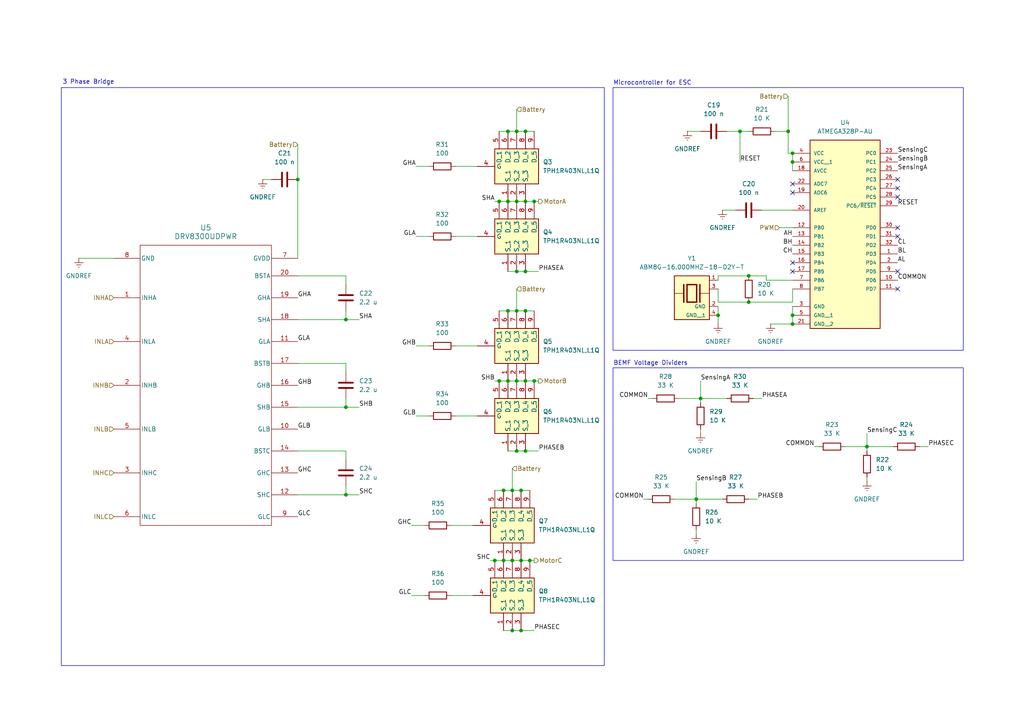
<source format=kicad_sch>
(kicad_sch
	(version 20250114)
	(generator "eeschema")
	(generator_version "9.0")
	(uuid "542ca6b4-77b4-42c5-80c0-fddbd06a1d92")
	(paper "A4")
	(lib_symbols
		(symbol "HMS_SSymbols_Library:ABM8G-16.000MHZ-18-D2Y-T"
			(pin_names
				(offset 1.016)
			)
			(exclude_from_sim no)
			(in_bom yes)
			(on_board yes)
			(property "Reference" "Y"
				(at -5.0878 6.3559 0)
				(effects
					(font
						(size 1.27 1.27)
					)
					(justify left bottom)
				)
			)
			(property "Value" "ABM8G-16.000MHZ-18-D2Y-T"
				(at -5.0944 -10.16 0)
				(effects
					(font
						(size 1.27 1.27)
					)
					(justify left bottom)
				)
			)
			(property "Footprint" "ABM8G-16.000MHZ-18-D2Y-T:XTAL_ABM8G-16.000MHZ-18-D2Y-T"
				(at 0 0 0)
				(effects
					(font
						(size 1.27 1.27)
					)
					(justify bottom)
					(hide yes)
				)
			)
			(property "Datasheet" ""
				(at 0 0 0)
				(effects
					(font
						(size 1.27 1.27)
					)
					(hide yes)
				)
			)
			(property "Description" ""
				(at 0 0 0)
				(effects
					(font
						(size 1.27 1.27)
					)
					(hide yes)
				)
			)
			(property "PARTREV" "08.13.15"
				(at 0 0 0)
				(effects
					(font
						(size 1.27 1.27)
					)
					(justify bottom)
					(hide yes)
				)
			)
			(property "STANDARD" "Manufacturer Recommendations"
				(at 0 0 0)
				(effects
					(font
						(size 1.27 1.27)
					)
					(justify bottom)
					(hide yes)
				)
			)
			(property "MAXIMUM_PACKAGE_HEIGHT" "1.0 mm"
				(at 0 0 0)
				(effects
					(font
						(size 1.27 1.27)
					)
					(justify bottom)
					(hide yes)
				)
			)
			(property "MANUFACTURER" "Abracon"
				(at 0 0 0)
				(effects
					(font
						(size 1.27 1.27)
					)
					(justify bottom)
					(hide yes)
				)
			)
			(symbol "ABM8G-16.000MHZ-18-D2Y-T_0_0"
				(polyline
					(pts
						(xy -5.08 0) (xy -2.54 0)
					)
					(stroke
						(width 0.1524)
						(type default)
					)
					(fill
						(type none)
					)
				)
				(rectangle
					(start -5.08 -7.62)
					(end 5.08 5.08)
					(stroke
						(width 0.254)
						(type default)
					)
					(fill
						(type background)
					)
				)
				(polyline
					(pts
						(xy -2.3368 2.54) (xy -2.3368 -2.54)
					)
					(stroke
						(width 0.4064)
						(type default)
					)
					(fill
						(type none)
					)
				)
				(polyline
					(pts
						(xy -1.397 2.54) (xy -1.397 -2.54)
					)
					(stroke
						(width 0.4064)
						(type default)
					)
					(fill
						(type none)
					)
				)
				(polyline
					(pts
						(xy -1.397 2.54) (xy 1.397 2.54)
					)
					(stroke
						(width 0.4064)
						(type default)
					)
					(fill
						(type none)
					)
				)
				(polyline
					(pts
						(xy 1.397 2.54) (xy 1.397 -2.54)
					)
					(stroke
						(width 0.4064)
						(type default)
					)
					(fill
						(type none)
					)
				)
				(polyline
					(pts
						(xy 1.397 -2.54) (xy -1.397 -2.54)
					)
					(stroke
						(width 0.4064)
						(type default)
					)
					(fill
						(type none)
					)
				)
				(polyline
					(pts
						(xy 2.3368 2.54) (xy 2.3368 -2.54)
					)
					(stroke
						(width 0.4064)
						(type default)
					)
					(fill
						(type none)
					)
				)
				(polyline
					(pts
						(xy 2.54 0) (xy 5.08 0)
					)
					(stroke
						(width 0.1524)
						(type default)
					)
					(fill
						(type none)
					)
				)
				(pin passive line
					(at 7.62 3.81 180)
					(length 2.54)
					(name "~"
						(effects
							(font
								(size 1.016 1.016)
							)
						)
					)
					(number "1"
						(effects
							(font
								(size 1.016 1.016)
							)
						)
					)
				)
				(pin passive line
					(at 7.62 1.27 180)
					(length 2.54)
					(name "~"
						(effects
							(font
								(size 1.016 1.016)
							)
						)
					)
					(number "3"
						(effects
							(font
								(size 1.016 1.016)
							)
						)
					)
				)
				(pin power_in line
					(at 7.62 -3.81 180)
					(length 2.54)
					(name "GND"
						(effects
							(font
								(size 1.016 1.016)
							)
						)
					)
					(number "2"
						(effects
							(font
								(size 1.016 1.016)
							)
						)
					)
				)
				(pin power_in line
					(at 7.62 -6.35 180)
					(length 2.54)
					(name "GND__1"
						(effects
							(font
								(size 1.016 1.016)
							)
						)
					)
					(number "4"
						(effects
							(font
								(size 1.016 1.016)
							)
						)
					)
				)
			)
			(embedded_fonts no)
		)
		(symbol "HMS_SSymbols_Library:ATMEGA328P-AU"
			(pin_names
				(offset 1.016)
			)
			(exclude_from_sim no)
			(in_bom yes)
			(on_board yes)
			(property "Reference" "U"
				(at -0.762 30.734 0)
				(effects
					(font
						(size 1.27 1.27)
					)
					(justify left bottom)
				)
			)
			(property "Value" "ATMEGA328P-AU"
				(at -7.874 28.448 0)
				(effects
					(font
						(size 1.27 1.27)
					)
					(justify left bottom)
				)
			)
			(property "Footprint" "ATMEGA328P-AU:QFP80P900X900X120-32N"
				(at 0 0 0)
				(effects
					(font
						(size 1.27 1.27)
					)
					(justify bottom)
					(hide yes)
				)
			)
			(property "Datasheet" ""
				(at 0 0 0)
				(effects
					(font
						(size 1.27 1.27)
					)
					(hide yes)
				)
			)
			(property "Description" ""
				(at 0 0 0)
				(effects
					(font
						(size 1.27 1.27)
					)
					(hide yes)
				)
			)
			(property "PARTREV" "8271A"
				(at 0 0 0)
				(effects
					(font
						(size 1.27 1.27)
					)
					(justify bottom)
					(hide yes)
				)
			)
			(property "STANDARD" "IPC-7351B"
				(at 0 0 0)
				(effects
					(font
						(size 1.27 1.27)
					)
					(justify bottom)
					(hide yes)
				)
			)
			(property "MAXIMUM_PACKAGE_HEIGHT" "1.20mm"
				(at 0 0 0)
				(effects
					(font
						(size 1.27 1.27)
					)
					(justify bottom)
					(hide yes)
				)
			)
			(property "MANUFACTURER" "Microchip"
				(at 0 0 0)
				(effects
					(font
						(size 1.27 1.27)
					)
					(justify bottom)
					(hide yes)
				)
			)
			(symbol "ATMEGA328P-AU_0_0"
				(rectangle
					(start -10.16 27.94)
					(end 10.16 -26.67)
					(stroke
						(width 0.254)
						(type default)
					)
					(fill
						(type background)
					)
				)
				(pin power_in line
					(at -15.24 24.13 0)
					(length 5.08)
					(name "VCC"
						(effects
							(font
								(size 1.016 1.016)
							)
						)
					)
					(number "4"
						(effects
							(font
								(size 1.016 1.016)
							)
						)
					)
				)
				(pin power_in line
					(at -15.24 21.59 0)
					(length 5.08)
					(name "VCC__1"
						(effects
							(font
								(size 1.016 1.016)
							)
						)
					)
					(number "6"
						(effects
							(font
								(size 1.016 1.016)
							)
						)
					)
				)
				(pin power_in line
					(at -15.24 19.05 0)
					(length 5.08)
					(name "AVCC"
						(effects
							(font
								(size 1.016 1.016)
							)
						)
					)
					(number "18"
						(effects
							(font
								(size 1.016 1.016)
							)
						)
					)
				)
				(pin bidirectional line
					(at -15.24 15.24 0)
					(length 5.08)
					(name "ADC7"
						(effects
							(font
								(size 1.016 1.016)
							)
						)
					)
					(number "22"
						(effects
							(font
								(size 1.016 1.016)
							)
						)
					)
				)
				(pin bidirectional line
					(at -15.24 12.7 0)
					(length 5.08)
					(name "ADC6"
						(effects
							(font
								(size 1.016 1.016)
							)
						)
					)
					(number "19"
						(effects
							(font
								(size 1.016 1.016)
							)
						)
					)
				)
				(pin input line
					(at -15.24 7.62 0)
					(length 5.08)
					(name "AREF"
						(effects
							(font
								(size 1.016 1.016)
							)
						)
					)
					(number "20"
						(effects
							(font
								(size 1.016 1.016)
							)
						)
					)
				)
				(pin bidirectional line
					(at -15.24 2.54 0)
					(length 5.08)
					(name "PB0"
						(effects
							(font
								(size 1.016 1.016)
							)
						)
					)
					(number "12"
						(effects
							(font
								(size 1.016 1.016)
							)
						)
					)
				)
				(pin bidirectional line
					(at -15.24 0 0)
					(length 5.08)
					(name "PB1"
						(effects
							(font
								(size 1.016 1.016)
							)
						)
					)
					(number "13"
						(effects
							(font
								(size 1.016 1.016)
							)
						)
					)
				)
				(pin bidirectional line
					(at -15.24 -2.54 0)
					(length 5.08)
					(name "PB2"
						(effects
							(font
								(size 1.016 1.016)
							)
						)
					)
					(number "14"
						(effects
							(font
								(size 1.016 1.016)
							)
						)
					)
				)
				(pin bidirectional line
					(at -15.24 -5.08 0)
					(length 5.08)
					(name "PB3"
						(effects
							(font
								(size 1.016 1.016)
							)
						)
					)
					(number "15"
						(effects
							(font
								(size 1.016 1.016)
							)
						)
					)
				)
				(pin bidirectional line
					(at -15.24 -7.62 0)
					(length 5.08)
					(name "PB4"
						(effects
							(font
								(size 1.016 1.016)
							)
						)
					)
					(number "16"
						(effects
							(font
								(size 1.016 1.016)
							)
						)
					)
				)
				(pin bidirectional line
					(at -15.24 -10.16 0)
					(length 5.08)
					(name "PB5"
						(effects
							(font
								(size 1.016 1.016)
							)
						)
					)
					(number "17"
						(effects
							(font
								(size 1.016 1.016)
							)
						)
					)
				)
				(pin bidirectional line
					(at -15.24 -12.7 0)
					(length 5.08)
					(name "PB6"
						(effects
							(font
								(size 1.016 1.016)
							)
						)
					)
					(number "7"
						(effects
							(font
								(size 1.016 1.016)
							)
						)
					)
				)
				(pin bidirectional line
					(at -15.24 -15.24 0)
					(length 5.08)
					(name "PB7"
						(effects
							(font
								(size 1.016 1.016)
							)
						)
					)
					(number "8"
						(effects
							(font
								(size 1.016 1.016)
							)
						)
					)
				)
				(pin power_in line
					(at -15.24 -20.32 0)
					(length 5.08)
					(name "GND"
						(effects
							(font
								(size 1.016 1.016)
							)
						)
					)
					(number "3"
						(effects
							(font
								(size 1.016 1.016)
							)
						)
					)
				)
				(pin power_in line
					(at -15.24 -22.86 0)
					(length 5.08)
					(name "GND__1"
						(effects
							(font
								(size 1.016 1.016)
							)
						)
					)
					(number "5"
						(effects
							(font
								(size 1.016 1.016)
							)
						)
					)
				)
				(pin power_in line
					(at -15.24 -25.4 0)
					(length 5.08)
					(name "GND__2"
						(effects
							(font
								(size 1.016 1.016)
							)
						)
					)
					(number "21"
						(effects
							(font
								(size 1.016 1.016)
							)
						)
					)
				)
				(pin bidirectional line
					(at 15.24 24.13 180)
					(length 5.08)
					(name "PC0"
						(effects
							(font
								(size 1.016 1.016)
							)
						)
					)
					(number "23"
						(effects
							(font
								(size 1.016 1.016)
							)
						)
					)
				)
				(pin bidirectional line
					(at 15.24 21.59 180)
					(length 5.08)
					(name "PC1"
						(effects
							(font
								(size 1.016 1.016)
							)
						)
					)
					(number "24"
						(effects
							(font
								(size 1.016 1.016)
							)
						)
					)
				)
				(pin bidirectional line
					(at 15.24 19.05 180)
					(length 5.08)
					(name "PC2"
						(effects
							(font
								(size 1.016 1.016)
							)
						)
					)
					(number "25"
						(effects
							(font
								(size 1.016 1.016)
							)
						)
					)
				)
				(pin bidirectional line
					(at 15.24 16.51 180)
					(length 5.08)
					(name "PC3"
						(effects
							(font
								(size 1.016 1.016)
							)
						)
					)
					(number "26"
						(effects
							(font
								(size 1.016 1.016)
							)
						)
					)
				)
				(pin bidirectional line
					(at 15.24 13.97 180)
					(length 5.08)
					(name "PC4"
						(effects
							(font
								(size 1.016 1.016)
							)
						)
					)
					(number "27"
						(effects
							(font
								(size 1.016 1.016)
							)
						)
					)
				)
				(pin bidirectional line
					(at 15.24 11.43 180)
					(length 5.08)
					(name "PC5"
						(effects
							(font
								(size 1.016 1.016)
							)
						)
					)
					(number "28"
						(effects
							(font
								(size 1.016 1.016)
							)
						)
					)
				)
				(pin bidirectional line
					(at 15.24 8.89 180)
					(length 5.08)
					(name "PC6/~{RESET}"
						(effects
							(font
								(size 1.016 1.016)
							)
						)
					)
					(number "29"
						(effects
							(font
								(size 1.016 1.016)
							)
						)
					)
				)
				(pin bidirectional line
					(at 15.24 2.54 180)
					(length 5.08)
					(name "PD0"
						(effects
							(font
								(size 1.016 1.016)
							)
						)
					)
					(number "30"
						(effects
							(font
								(size 1.016 1.016)
							)
						)
					)
				)
				(pin bidirectional line
					(at 15.24 0 180)
					(length 5.08)
					(name "PD1"
						(effects
							(font
								(size 1.016 1.016)
							)
						)
					)
					(number "31"
						(effects
							(font
								(size 1.016 1.016)
							)
						)
					)
				)
				(pin bidirectional line
					(at 15.24 -2.54 180)
					(length 5.08)
					(name "PD2"
						(effects
							(font
								(size 1.016 1.016)
							)
						)
					)
					(number "32"
						(effects
							(font
								(size 1.016 1.016)
							)
						)
					)
				)
				(pin bidirectional line
					(at 15.24 -5.08 180)
					(length 5.08)
					(name "PD3"
						(effects
							(font
								(size 1.016 1.016)
							)
						)
					)
					(number "1"
						(effects
							(font
								(size 1.016 1.016)
							)
						)
					)
				)
				(pin bidirectional line
					(at 15.24 -7.62 180)
					(length 5.08)
					(name "PD4"
						(effects
							(font
								(size 1.016 1.016)
							)
						)
					)
					(number "2"
						(effects
							(font
								(size 1.016 1.016)
							)
						)
					)
				)
				(pin bidirectional line
					(at 15.24 -10.16 180)
					(length 5.08)
					(name "PD5"
						(effects
							(font
								(size 1.016 1.016)
							)
						)
					)
					(number "9"
						(effects
							(font
								(size 1.016 1.016)
							)
						)
					)
				)
				(pin bidirectional line
					(at 15.24 -12.7 180)
					(length 5.08)
					(name "PD6"
						(effects
							(font
								(size 1.016 1.016)
							)
						)
					)
					(number "10"
						(effects
							(font
								(size 1.016 1.016)
							)
						)
					)
				)
				(pin bidirectional line
					(at 15.24 -15.24 180)
					(length 5.08)
					(name "PD7"
						(effects
							(font
								(size 1.016 1.016)
							)
						)
					)
					(number "11"
						(effects
							(font
								(size 1.016 1.016)
							)
						)
					)
				)
			)
			(embedded_fonts no)
		)
		(symbol "HMS_SSymbols_Library:C"
			(pin_numbers
				(hide yes)
			)
			(pin_names
				(offset 0.254)
			)
			(exclude_from_sim no)
			(in_bom yes)
			(on_board yes)
			(property "Reference" "C"
				(at 0.635 2.54 0)
				(effects
					(font
						(size 1.27 1.27)
					)
					(justify left)
				)
			)
			(property "Value" "C"
				(at 0.635 -2.54 0)
				(effects
					(font
						(size 1.27 1.27)
					)
					(justify left)
				)
			)
			(property "Footprint" ""
				(at 0.9652 -3.81 0)
				(effects
					(font
						(size 1.27 1.27)
					)
					(hide yes)
				)
			)
			(property "Datasheet" "~"
				(at 0 0 0)
				(effects
					(font
						(size 1.27 1.27)
					)
					(hide yes)
				)
			)
			(property "Description" "Unpolarized capacitor"
				(at 0 0 0)
				(effects
					(font
						(size 1.27 1.27)
					)
					(hide yes)
				)
			)
			(property "ki_keywords" "cap capacitor"
				(at 0 0 0)
				(effects
					(font
						(size 1.27 1.27)
					)
					(hide yes)
				)
			)
			(property "ki_fp_filters" "C_*"
				(at 0 0 0)
				(effects
					(font
						(size 1.27 1.27)
					)
					(hide yes)
				)
			)
			(symbol "C_0_1"
				(polyline
					(pts
						(xy -2.032 0.762) (xy 2.032 0.762)
					)
					(stroke
						(width 0.508)
						(type default)
					)
					(fill
						(type none)
					)
				)
				(polyline
					(pts
						(xy -2.032 -0.762) (xy 2.032 -0.762)
					)
					(stroke
						(width 0.508)
						(type default)
					)
					(fill
						(type none)
					)
				)
			)
			(symbol "C_1_1"
				(pin passive line
					(at 0 3.81 270)
					(length 2.794)
					(name "~"
						(effects
							(font
								(size 1.27 1.27)
							)
						)
					)
					(number "1"
						(effects
							(font
								(size 1.27 1.27)
							)
						)
					)
				)
				(pin passive line
					(at 0 -3.81 90)
					(length 2.794)
					(name "~"
						(effects
							(font
								(size 1.27 1.27)
							)
						)
					)
					(number "2"
						(effects
							(font
								(size 1.27 1.27)
							)
						)
					)
				)
			)
			(embedded_fonts no)
		)
		(symbol "HMS_SSymbols_Library:DRV8300UDPWR"
			(pin_names
				(offset 0.254)
			)
			(exclude_from_sim no)
			(in_bom yes)
			(on_board yes)
			(property "Reference" "U"
				(at 19.304 3.81 0)
				(effects
					(font
						(size 1.524 1.524)
					)
				)
			)
			(property "Value" "DRV8300UDPWR"
				(at 19.304 1.27 0)
				(effects
					(font
						(size 1.524 1.524)
					)
				)
			)
			(property "Footprint" "TSSOP_0DIPWR_TEX"
				(at 18.796 -85.344 0)
				(effects
					(font
						(size 1.27 1.27)
						(italic yes)
					)
					(hide yes)
				)
			)
			(property "Datasheet" "https://www.ti.com/lit/gpn/drv8300u"
				(at 18.288 -83.058 0)
				(effects
					(font
						(size 1.27 1.27)
						(italic yes)
					)
					(hide yes)
				)
			)
			(property "Description" ""
				(at 0 0 0)
				(effects
					(font
						(size 1.27 1.27)
					)
					(hide yes)
				)
			)
			(property "ki_locked" ""
				(at 0 0 0)
				(effects
					(font
						(size 1.27 1.27)
					)
				)
			)
			(property "ki_keywords" "DRV8300UDPWR"
				(at 0 0 0)
				(effects
					(font
						(size 1.27 1.27)
					)
					(hide yes)
				)
			)
			(property "ki_fp_filters" "TSSOP_0DIPWR_TEX TSSOP_0DIPWR_TEX-M TSSOP_0DIPWR_TEX-L"
				(at 0 0 0)
				(effects
					(font
						(size 1.27 1.27)
					)
					(hide yes)
				)
			)
			(symbol "DRV8300UDPWR_0_1"
				(pin power_out line
					(at -7.62 -3.81 0)
					(length 7.62)
					(name "GND"
						(effects
							(font
								(size 1.27 1.27)
							)
						)
					)
					(number "8"
						(effects
							(font
								(size 1.27 1.27)
							)
						)
					)
				)
				(pin input line
					(at -7.62 -15.24 0)
					(length 7.62)
					(name "INHA"
						(effects
							(font
								(size 1.27 1.27)
							)
						)
					)
					(number "1"
						(effects
							(font
								(size 1.27 1.27)
							)
						)
					)
				)
				(pin input line
					(at -7.62 -27.94 0)
					(length 7.62)
					(name "INLA"
						(effects
							(font
								(size 1.27 1.27)
							)
						)
					)
					(number "4"
						(effects
							(font
								(size 1.27 1.27)
							)
						)
					)
				)
				(pin input line
					(at -7.62 -40.64 0)
					(length 7.62)
					(name "INHB"
						(effects
							(font
								(size 1.27 1.27)
							)
						)
					)
					(number "2"
						(effects
							(font
								(size 1.27 1.27)
							)
						)
					)
				)
				(pin input line
					(at -7.62 -53.34 0)
					(length 7.62)
					(name "INLB"
						(effects
							(font
								(size 1.27 1.27)
							)
						)
					)
					(number "5"
						(effects
							(font
								(size 1.27 1.27)
							)
						)
					)
				)
				(pin input line
					(at -7.62 -66.04 0)
					(length 7.62)
					(name "INHC"
						(effects
							(font
								(size 1.27 1.27)
							)
						)
					)
					(number "3"
						(effects
							(font
								(size 1.27 1.27)
							)
						)
					)
				)
				(pin input line
					(at -7.62 -78.74 0)
					(length 7.62)
					(name "INLC"
						(effects
							(font
								(size 1.27 1.27)
							)
						)
					)
					(number "6"
						(effects
							(font
								(size 1.27 1.27)
							)
						)
					)
				)
				(pin power_in line
					(at 45.72 -3.81 180)
					(length 7.62)
					(name "GVDD"
						(effects
							(font
								(size 1.27 1.27)
							)
						)
					)
					(number "7"
						(effects
							(font
								(size 1.27 1.27)
							)
						)
					)
				)
				(pin output line
					(at 45.72 -8.89 180)
					(length 7.62)
					(name "BSTA"
						(effects
							(font
								(size 1.27 1.27)
							)
						)
					)
					(number "20"
						(effects
							(font
								(size 1.27 1.27)
							)
						)
					)
				)
				(pin output line
					(at 45.72 -15.24 180)
					(length 7.62)
					(name "GHA"
						(effects
							(font
								(size 1.27 1.27)
							)
						)
					)
					(number "19"
						(effects
							(font
								(size 1.27 1.27)
							)
						)
					)
				)
				(pin input line
					(at 45.72 -21.59 180)
					(length 7.62)
					(name "SHA"
						(effects
							(font
								(size 1.27 1.27)
							)
						)
					)
					(number "18"
						(effects
							(font
								(size 1.27 1.27)
							)
						)
					)
				)
				(pin output line
					(at 45.72 -27.94 180)
					(length 7.62)
					(name "GLA"
						(effects
							(font
								(size 1.27 1.27)
							)
						)
					)
					(number "11"
						(effects
							(font
								(size 1.27 1.27)
							)
						)
					)
				)
				(pin output line
					(at 45.72 -34.29 180)
					(length 7.62)
					(name "BSTB"
						(effects
							(font
								(size 1.27 1.27)
							)
						)
					)
					(number "17"
						(effects
							(font
								(size 1.27 1.27)
							)
						)
					)
				)
				(pin output line
					(at 45.72 -40.64 180)
					(length 7.62)
					(name "GHB"
						(effects
							(font
								(size 1.27 1.27)
							)
						)
					)
					(number "16"
						(effects
							(font
								(size 1.27 1.27)
							)
						)
					)
				)
				(pin input line
					(at 45.72 -46.99 180)
					(length 7.62)
					(name "SHB"
						(effects
							(font
								(size 1.27 1.27)
							)
						)
					)
					(number "15"
						(effects
							(font
								(size 1.27 1.27)
							)
						)
					)
				)
				(pin output line
					(at 45.72 -53.34 180)
					(length 7.62)
					(name "GLB"
						(effects
							(font
								(size 1.27 1.27)
							)
						)
					)
					(number "10"
						(effects
							(font
								(size 1.27 1.27)
							)
						)
					)
				)
				(pin unspecified line
					(at 45.72 -59.69 180)
					(length 7.62)
					(name "BSTC"
						(effects
							(font
								(size 1.27 1.27)
							)
						)
					)
					(number "14"
						(effects
							(font
								(size 1.27 1.27)
							)
						)
					)
				)
				(pin output line
					(at 45.72 -66.04 180)
					(length 7.62)
					(name "GHC"
						(effects
							(font
								(size 1.27 1.27)
							)
						)
					)
					(number "13"
						(effects
							(font
								(size 1.27 1.27)
							)
						)
					)
				)
				(pin input line
					(at 45.72 -72.39 180)
					(length 7.62)
					(name "SHC"
						(effects
							(font
								(size 1.27 1.27)
							)
						)
					)
					(number "12"
						(effects
							(font
								(size 1.27 1.27)
							)
						)
					)
				)
				(pin output line
					(at 45.72 -78.74 180)
					(length 7.62)
					(name "GLC"
						(effects
							(font
								(size 1.27 1.27)
							)
						)
					)
					(number "9"
						(effects
							(font
								(size 1.27 1.27)
							)
						)
					)
				)
			)
			(symbol "DRV8300UDPWR_1_1"
				(rectangle
					(start 0 0)
					(end 38.1 -81.28)
					(stroke
						(width 0)
						(type default)
					)
					(fill
						(type none)
					)
				)
			)
			(embedded_fonts no)
		)
		(symbol "HMS_SSymbols_Library:GNDREF"
			(power)
			(pin_numbers
				(hide yes)
			)
			(pin_names
				(offset 0)
				(hide yes)
			)
			(exclude_from_sim no)
			(in_bom yes)
			(on_board yes)
			(property "Reference" "#PWR"
				(at 0 -6.35 0)
				(effects
					(font
						(size 1.27 1.27)
					)
					(hide yes)
				)
			)
			(property "Value" "GNDREF"
				(at 0 -3.81 0)
				(effects
					(font
						(size 1.27 1.27)
					)
				)
			)
			(property "Footprint" ""
				(at 0 0 0)
				(effects
					(font
						(size 1.27 1.27)
					)
					(hide yes)
				)
			)
			(property "Datasheet" ""
				(at 0 0 0)
				(effects
					(font
						(size 1.27 1.27)
					)
					(hide yes)
				)
			)
			(property "Description" "Power symbol creates a global label with name \"GNDREF\" , reference supply ground"
				(at 0 0 0)
				(effects
					(font
						(size 1.27 1.27)
					)
					(hide yes)
				)
			)
			(property "ki_keywords" "global power"
				(at 0 0 0)
				(effects
					(font
						(size 1.27 1.27)
					)
					(hide yes)
				)
			)
			(symbol "GNDREF_0_1"
				(polyline
					(pts
						(xy -0.635 -1.905) (xy 0.635 -1.905)
					)
					(stroke
						(width 0)
						(type default)
					)
					(fill
						(type none)
					)
				)
				(polyline
					(pts
						(xy -0.127 -2.54) (xy 0.127 -2.54)
					)
					(stroke
						(width 0)
						(type default)
					)
					(fill
						(type none)
					)
				)
				(polyline
					(pts
						(xy 0 -1.27) (xy 0 0)
					)
					(stroke
						(width 0)
						(type default)
					)
					(fill
						(type none)
					)
				)
				(polyline
					(pts
						(xy 1.27 -1.27) (xy -1.27 -1.27)
					)
					(stroke
						(width 0)
						(type default)
					)
					(fill
						(type none)
					)
				)
			)
			(symbol "GNDREF_1_1"
				(pin power_in line
					(at 0 0 270)
					(length 0)
					(name "~"
						(effects
							(font
								(size 1.27 1.27)
							)
						)
					)
					(number "1"
						(effects
							(font
								(size 1.27 1.27)
							)
						)
					)
				)
			)
			(embedded_fonts no)
		)
		(symbol "HMS_SSymbols_Library:R"
			(pin_numbers
				(hide yes)
			)
			(pin_names
				(offset 0)
			)
			(exclude_from_sim no)
			(in_bom yes)
			(on_board yes)
			(property "Reference" "R"
				(at 2.032 0 90)
				(effects
					(font
						(size 1.27 1.27)
					)
				)
			)
			(property "Value" "R"
				(at 0 0 90)
				(effects
					(font
						(size 1.27 1.27)
					)
				)
			)
			(property "Footprint" ""
				(at -1.778 0 90)
				(effects
					(font
						(size 1.27 1.27)
					)
					(hide yes)
				)
			)
			(property "Datasheet" "~"
				(at 0 0 0)
				(effects
					(font
						(size 1.27 1.27)
					)
					(hide yes)
				)
			)
			(property "Description" "Resistor"
				(at 0 0 0)
				(effects
					(font
						(size 1.27 1.27)
					)
					(hide yes)
				)
			)
			(property "ki_keywords" "R res resistor"
				(at 0 0 0)
				(effects
					(font
						(size 1.27 1.27)
					)
					(hide yes)
				)
			)
			(property "ki_fp_filters" "R_*"
				(at 0 0 0)
				(effects
					(font
						(size 1.27 1.27)
					)
					(hide yes)
				)
			)
			(symbol "R_0_1"
				(rectangle
					(start -1.016 -2.54)
					(end 1.016 2.54)
					(stroke
						(width 0.254)
						(type default)
					)
					(fill
						(type none)
					)
				)
			)
			(symbol "R_1_1"
				(pin passive line
					(at 0 3.81 270)
					(length 1.27)
					(name "~"
						(effects
							(font
								(size 1.27 1.27)
							)
						)
					)
					(number "1"
						(effects
							(font
								(size 1.27 1.27)
							)
						)
					)
				)
				(pin passive line
					(at 0 -3.81 90)
					(length 1.27)
					(name "~"
						(effects
							(font
								(size 1.27 1.27)
							)
						)
					)
					(number "2"
						(effects
							(font
								(size 1.27 1.27)
							)
						)
					)
				)
			)
			(embedded_fonts no)
		)
		(symbol "HMS_SSymbols_Library:TPH1R403NL,L1Q"
			(exclude_from_sim no)
			(in_bom yes)
			(on_board yes)
			(property "Reference" "Q"
				(at 11.43 -12.7 0)
				(effects
					(font
						(size 1.27 1.27)
					)
					(justify left top)
				)
			)
			(property "Value" "TPH1R403NL,L1Q"
				(at 4.064 -14.986 0)
				(effects
					(font
						(size 1.27 1.27)
					)
					(justify left top)
				)
			)
			(property "Footprint" "TPH1R403NLL1Q"
				(at 21.59 -94.92 0)
				(effects
					(font
						(size 1.27 1.27)
					)
					(justify left top)
					(hide yes)
				)
			)
			(property "Datasheet" "https://www.mouser.in/ProductDetail/Toshiba/TPH1R403NLL1Q?qs=HVbQlW5zcXWxPmEVdb2K1w%3D%3D&srsltid=AfmBOoqRHMGlSDzUAlTxkWXR9G5-gdRWGcO8wnP1ZC8y2IEoxCRQZ0fW"
				(at 21.59 -194.92 0)
				(effects
					(font
						(size 1.27 1.27)
					)
					(justify left top)
					(hide yes)
				)
			)
			(property "Description" "N-Channel 30 V 60A (Ta) 1.6W (Ta), 64W (Tc) Surface Mount 8-SOP Advance (5x5)"
				(at 0 0 0)
				(effects
					(font
						(size 1.27 1.27)
					)
					(hide yes)
				)
			)
			(property "Height" "1"
				(at 21.59 -394.92 0)
				(effects
					(font
						(size 1.27 1.27)
					)
					(justify left top)
					(hide yes)
				)
			)
			(property "Mouser Part Number" "757-TPH1R403NLL1Q"
				(at 21.59 -494.92 0)
				(effects
					(font
						(size 1.27 1.27)
					)
					(justify left top)
					(hide yes)
				)
			)
			(property "Mouser Price/Stock" "https://www.mouser.co.uk/ProductDetail/Toshiba/TPH1R403NLL1Q?qs=HVbQlW5zcXWxPmEVdb2K1w%3D%3D"
				(at 21.59 -594.92 0)
				(effects
					(font
						(size 1.27 1.27)
					)
					(justify left top)
					(hide yes)
				)
			)
			(property "Manufacturer_Name" "Toshiba"
				(at 21.59 -694.92 0)
				(effects
					(font
						(size 1.27 1.27)
					)
					(justify left top)
					(hide yes)
				)
			)
			(property "Manufacturer_Part_Number" "TPH1R403NL,L1Q"
				(at 21.59 -794.92 0)
				(effects
					(font
						(size 1.27 1.27)
					)
					(justify left top)
					(hide yes)
				)
			)
			(symbol "TPH1R403NL,L1Q_1_1"
				(rectangle
					(start 7.62 1.27)
					(end 17.78 -11.43)
					(stroke
						(width 0.254)
						(type default)
					)
					(fill
						(type background)
					)
				)
				(pin passive line
					(at 2.54 -2.54 0)
					(length 5.08)
					(name "S_1"
						(effects
							(font
								(size 1.27 1.27)
							)
						)
					)
					(number "1"
						(effects
							(font
								(size 1.27 1.27)
							)
						)
					)
				)
				(pin passive line
					(at 2.54 -5.08 0)
					(length 5.08)
					(name "S_2"
						(effects
							(font
								(size 1.27 1.27)
							)
						)
					)
					(number "2"
						(effects
							(font
								(size 1.27 1.27)
							)
						)
					)
				)
				(pin passive line
					(at 2.54 -7.62 0)
					(length 5.08)
					(name "S_3"
						(effects
							(font
								(size 1.27 1.27)
							)
						)
					)
					(number "3"
						(effects
							(font
								(size 1.27 1.27)
							)
						)
					)
				)
				(pin passive line
					(at 12.7 6.35 270)
					(length 5.08)
					(name "G"
						(effects
							(font
								(size 1.27 1.27)
							)
						)
					)
					(number "4"
						(effects
							(font
								(size 1.27 1.27)
							)
						)
					)
				)
				(pin passive line
					(at 22.86 0 180)
					(length 5.08)
					(name "D_1"
						(effects
							(font
								(size 1.27 1.27)
							)
						)
					)
					(number "5"
						(effects
							(font
								(size 1.27 1.27)
							)
						)
					)
				)
				(pin passive line
					(at 22.86 -2.54 180)
					(length 5.08)
					(name "D_2"
						(effects
							(font
								(size 1.27 1.27)
							)
						)
					)
					(number "6"
						(effects
							(font
								(size 1.27 1.27)
							)
						)
					)
				)
				(pin passive line
					(at 22.86 -5.08 180)
					(length 5.08)
					(name "D_3"
						(effects
							(font
								(size 1.27 1.27)
							)
						)
					)
					(number "7"
						(effects
							(font
								(size 1.27 1.27)
							)
						)
					)
				)
				(pin passive line
					(at 22.86 -7.62 180)
					(length 5.08)
					(name "D_4"
						(effects
							(font
								(size 1.27 1.27)
							)
						)
					)
					(number "8"
						(effects
							(font
								(size 1.27 1.27)
							)
						)
					)
				)
				(pin passive line
					(at 22.86 -10.16 180)
					(length 5.08)
					(name "D_5"
						(effects
							(font
								(size 1.27 1.27)
							)
						)
					)
					(number "9"
						(effects
							(font
								(size 1.27 1.27)
							)
						)
					)
				)
			)
			(embedded_fonts no)
		)
	)
	(rectangle
		(start 177.8 25.4)
		(end 279.4 101.6)
		(stroke
			(width 0)
			(type default)
		)
		(fill
			(type none)
		)
		(uuid 743a4d35-adb6-487f-8fc7-424dfec782aa)
	)
	(rectangle
		(start 177.8 106.68)
		(end 279.4 162.56)
		(stroke
			(width 0)
			(type default)
		)
		(fill
			(type none)
		)
		(uuid db777303-899e-44c1-a62d-196faf37f062)
	)
	(rectangle
		(start 17.78 25.4)
		(end 175.26 193.04)
		(stroke
			(width 0)
			(type default)
		)
		(fill
			(type none)
		)
		(uuid e99c952b-ce2b-484d-acc8-4d856e727e67)
	)
	(text "Microcontroller for ESC"
		(exclude_from_sim no)
		(at 189.23 24.13 0)
		(effects
			(font
				(size 1.27 1.27)
			)
		)
		(uuid "a7844942-a34b-4aa3-94f5-0cf64ae90bdf")
	)
	(text "BEMF Voltage Dividers"
		(exclude_from_sim no)
		(at 188.722 105.41 0)
		(effects
			(font
				(size 1.27 1.27)
			)
		)
		(uuid "ace7335c-f9b1-4361-8945-4153e2130736")
	)
	(text "3 Phase Bridge"
		(exclude_from_sim no)
		(at 25.654 23.876 0)
		(effects
			(font
				(size 1.27 1.27)
			)
		)
		(uuid "d2dc1739-840c-45d1-905b-a8595d72f21a")
	)
	(junction
		(at 100.33 92.71)
		(diameter 0)
		(color 0 0 0 0)
		(uuid "0b546e00-2556-49ff-b596-2d0e5cad1a03")
	)
	(junction
		(at 147.32 58.42)
		(diameter 0)
		(color 0 0 0 0)
		(uuid "1316442b-d5a3-4feb-8dd1-550717914b0a")
	)
	(junction
		(at 229.87 44.45)
		(diameter 0)
		(color 0 0 0 0)
		(uuid "16cf5108-6eb2-48e9-854e-b5d11eff9bd3")
	)
	(junction
		(at 208.28 91.44)
		(diameter 0)
		(color 0 0 0 0)
		(uuid "18860060-ff87-4282-aca6-ca71d63cb8bd")
	)
	(junction
		(at 144.78 110.49)
		(diameter 0)
		(color 0 0 0 0)
		(uuid "203173a7-9c77-490c-a3d7-52b058ccb985")
	)
	(junction
		(at 201.93 144.78)
		(diameter 0)
		(color 0 0 0 0)
		(uuid "24416a96-f062-4b01-9270-2ce0fd2273e3")
	)
	(junction
		(at 151.13 142.24)
		(diameter 0)
		(color 0 0 0 0)
		(uuid "24da75cc-3fea-4909-bab0-5727489c1742")
	)
	(junction
		(at 152.4 78.74)
		(diameter 0)
		(color 0 0 0 0)
		(uuid "27ee92e4-120e-41ea-ab36-c9c746ccfd30")
	)
	(junction
		(at 149.86 78.74)
		(diameter 0)
		(color 0 0 0 0)
		(uuid "2b5c1521-223d-48e4-9ea2-c7d1db1155b7")
	)
	(junction
		(at 152.4 90.17)
		(diameter 0)
		(color 0 0 0 0)
		(uuid "4539361b-7a15-4cb3-a221-deff84b4e9c8")
	)
	(junction
		(at 217.17 87.63)
		(diameter 0)
		(color 0 0 0 0)
		(uuid "4ae67520-e768-4f53-b9f2-35ce7c2c5d41")
	)
	(junction
		(at 147.32 90.17)
		(diameter 0)
		(color 0 0 0 0)
		(uuid "521d6551-6f51-4a50-a4f3-b1e8369c66d8")
	)
	(junction
		(at 100.33 143.51)
		(diameter 0)
		(color 0 0 0 0)
		(uuid "532408da-361f-4adb-8757-2c6e2def6510")
	)
	(junction
		(at 217.17 80.01)
		(diameter 0)
		(color 0 0 0 0)
		(uuid "5c26d3ef-cf5c-4c5f-99cc-4eebec6130ba")
	)
	(junction
		(at 229.87 93.98)
		(diameter 0)
		(color 0 0 0 0)
		(uuid "60059463-0d46-4d33-a754-a9d4513166e7")
	)
	(junction
		(at 153.67 162.56)
		(diameter 0)
		(color 0 0 0 0)
		(uuid "6553e926-a88c-46ed-a60a-9c3b5859d1eb")
	)
	(junction
		(at 148.59 162.56)
		(diameter 0)
		(color 0 0 0 0)
		(uuid "69559f3d-cfa1-4868-a9c3-fbad6a213424")
	)
	(junction
		(at 148.59 182.88)
		(diameter 0)
		(color 0 0 0 0)
		(uuid "6e5cad8d-45bb-44d7-b7a0-805e5de2377d")
	)
	(junction
		(at 143.51 162.56)
		(diameter 0)
		(color 0 0 0 0)
		(uuid "70d9c6d7-c3ac-4685-8560-0113d8181667")
	)
	(junction
		(at 149.86 38.1)
		(diameter 0)
		(color 0 0 0 0)
		(uuid "72f62de9-e453-4347-abb4-c46ba9616b25")
	)
	(junction
		(at 152.4 58.42)
		(diameter 0)
		(color 0 0 0 0)
		(uuid "77e044dc-b609-4c3d-87bd-f1e9eefa7d8d")
	)
	(junction
		(at 203.2 115.57)
		(diameter 0)
		(color 0 0 0 0)
		(uuid "80626c82-0655-4772-b9a3-cfed6c45c104")
	)
	(junction
		(at 229.87 46.99)
		(diameter 0)
		(color 0 0 0 0)
		(uuid "82ccee8e-22b2-48b8-84e1-35a249766e58")
	)
	(junction
		(at 149.86 110.49)
		(diameter 0)
		(color 0 0 0 0)
		(uuid "8f268c0d-31c1-4efa-a059-44b774a2ba01")
	)
	(junction
		(at 151.13 182.88)
		(diameter 0)
		(color 0 0 0 0)
		(uuid "90c273b5-8545-4b44-95d5-498e7333024a")
	)
	(junction
		(at 148.59 142.24)
		(diameter 0)
		(color 0 0 0 0)
		(uuid "985a8023-b0a1-4bac-b667-8907b57967fb")
	)
	(junction
		(at 149.86 90.17)
		(diameter 0)
		(color 0 0 0 0)
		(uuid "a124364d-589e-40fe-a141-81998c81f2a0")
	)
	(junction
		(at 152.4 130.81)
		(diameter 0)
		(color 0 0 0 0)
		(uuid "a2937945-4bea-473e-91b8-8d2fe7c08da5")
	)
	(junction
		(at 154.94 110.49)
		(diameter 0)
		(color 0 0 0 0)
		(uuid "a8409ce9-9279-475a-bb91-2f0ba2c9e9de")
	)
	(junction
		(at 229.87 91.44)
		(diameter 0)
		(color 0 0 0 0)
		(uuid "b484c023-08a5-4bdf-b8fe-758e4358e961")
	)
	(junction
		(at 152.4 110.49)
		(diameter 0)
		(color 0 0 0 0)
		(uuid "b8652694-af67-46d8-986a-82b6b2387b4a")
	)
	(junction
		(at 86.36 52.07)
		(diameter 0)
		(color 0 0 0 0)
		(uuid "c1f06b75-f60d-4bdd-9ad4-056f0d74299d")
	)
	(junction
		(at 100.33 118.11)
		(diameter 0)
		(color 0 0 0 0)
		(uuid "c63eac72-d5fd-43e4-834e-87e4e5b85dee")
	)
	(junction
		(at 152.4 38.1)
		(diameter 0)
		(color 0 0 0 0)
		(uuid "cae98ed6-7bef-4106-81c4-217821a439ab")
	)
	(junction
		(at 149.86 130.81)
		(diameter 0)
		(color 0 0 0 0)
		(uuid "cc618984-517f-4b5b-bb4e-3d98540307c7")
	)
	(junction
		(at 228.6 38.1)
		(diameter 0)
		(color 0 0 0 0)
		(uuid "cee8bcfd-6df2-4a84-a8f3-9d44ee7d50ba")
	)
	(junction
		(at 147.32 110.49)
		(diameter 0)
		(color 0 0 0 0)
		(uuid "d018117d-206d-46bf-a9e2-85bc724261d7")
	)
	(junction
		(at 146.05 162.56)
		(diameter 0)
		(color 0 0 0 0)
		(uuid "d8a050c0-7ade-4721-a7f5-9b7bf23d2ebd")
	)
	(junction
		(at 144.78 58.42)
		(diameter 0)
		(color 0 0 0 0)
		(uuid "dbb5d52c-6e5a-45dd-b270-76c7da54d25c")
	)
	(junction
		(at 154.94 58.42)
		(diameter 0)
		(color 0 0 0 0)
		(uuid "dc175477-0bec-4da1-914b-12caa56f611e")
	)
	(junction
		(at 147.32 38.1)
		(diameter 0)
		(color 0 0 0 0)
		(uuid "e7b5967d-d960-4282-ae37-17ecc5de9d5d")
	)
	(junction
		(at 214.63 38.1)
		(diameter 0)
		(color 0 0 0 0)
		(uuid "e9a14944-37db-405c-bc1f-b47f715cebd4")
	)
	(junction
		(at 251.46 129.54)
		(diameter 0)
		(color 0 0 0 0)
		(uuid "f03b117e-046f-4c03-ad3e-58f41c377659")
	)
	(junction
		(at 151.13 162.56)
		(diameter 0)
		(color 0 0 0 0)
		(uuid "f40990ce-d999-44ff-ab6d-ad5c32ebb0f0")
	)
	(junction
		(at 149.86 58.42)
		(diameter 0)
		(color 0 0 0 0)
		(uuid "fc694ae0-6d5e-4f49-989e-a3bc5ad4811b")
	)
	(junction
		(at 146.05 142.24)
		(diameter 0)
		(color 0 0 0 0)
		(uuid "fd6b9ba8-f3c2-47fe-9d5e-486c3dcdc8ba")
	)
	(no_connect
		(at 260.35 83.82)
		(uuid "0714d7ba-4bc0-4fa0-98ed-128bf4bd417f")
	)
	(no_connect
		(at 260.35 66.04)
		(uuid "442865d2-1cdc-42d4-b64c-9e7e848576e9")
	)
	(no_connect
		(at 229.87 76.2)
		(uuid "8ae94c60-7006-4213-979f-529ab3274333")
	)
	(no_connect
		(at 229.87 78.74)
		(uuid "8e6dd3ff-c1ae-4fa9-aa16-06a26f26a3b1")
	)
	(no_connect
		(at 260.35 57.15)
		(uuid "92e7668d-f6a8-41d7-880e-704950d7f366")
	)
	(no_connect
		(at 260.35 52.07)
		(uuid "95d0f6aa-b01c-4279-ad1f-11c60f5706ba")
	)
	(no_connect
		(at 260.35 68.58)
		(uuid "a5c9742b-bab0-4bb4-a8a7-c19c731f293e")
	)
	(no_connect
		(at 229.87 55.88)
		(uuid "afed5f38-0ad8-450a-9ad6-bfe6408960c1")
	)
	(no_connect
		(at 260.35 54.61)
		(uuid "d3a5fd53-7397-44b0-b8fe-7925e78568fe")
	)
	(no_connect
		(at 260.35 78.74)
		(uuid "da8df715-e391-42b1-bd36-25942f64956e")
	)
	(no_connect
		(at 229.87 53.34)
		(uuid "ecb1a474-4b27-4f28-b51b-3f3bd20ecf23")
	)
	(wire
		(pts
			(xy 220.98 60.96) (xy 229.87 60.96)
		)
		(stroke
			(width 0)
			(type default)
		)
		(uuid "017ececc-d597-4266-a4a8-1231b51e9d52")
	)
	(wire
		(pts
			(xy 152.4 58.42) (xy 154.94 58.42)
		)
		(stroke
			(width 0)
			(type default)
		)
		(uuid "02af8e78-c3fe-487d-a558-be174a2ca443")
	)
	(wire
		(pts
			(xy 228.6 44.45) (xy 229.87 44.45)
		)
		(stroke
			(width 0)
			(type default)
		)
		(uuid "04e22556-b234-4c5b-b987-acff877a5b8a")
	)
	(wire
		(pts
			(xy 147.32 58.42) (xy 149.86 58.42)
		)
		(stroke
			(width 0)
			(type default)
		)
		(uuid "05f32359-503d-40c6-a523-53d4479bf01f")
	)
	(wire
		(pts
			(xy 151.13 142.24) (xy 153.67 142.24)
		)
		(stroke
			(width 0)
			(type default)
		)
		(uuid "0c613b9b-36af-48ed-9bb9-b0597db63c2e")
	)
	(wire
		(pts
			(xy 86.36 143.51) (xy 100.33 143.51)
		)
		(stroke
			(width 0)
			(type default)
		)
		(uuid "0f93462f-f220-4afe-841e-d0580c8e7e6e")
	)
	(wire
		(pts
			(xy 86.36 118.11) (xy 100.33 118.11)
		)
		(stroke
			(width 0)
			(type default)
		)
		(uuid "10303057-7f93-45c9-bf80-4ce46b767f94")
	)
	(wire
		(pts
			(xy 120.65 68.58) (xy 124.46 68.58)
		)
		(stroke
			(width 0)
			(type default)
		)
		(uuid "10c37901-7973-425f-b114-2ce4006765b5")
	)
	(wire
		(pts
			(xy 147.32 130.81) (xy 149.86 130.81)
		)
		(stroke
			(width 0)
			(type default)
		)
		(uuid "10f15b84-32ba-4e9d-990a-d9e0f9c42a78")
	)
	(wire
		(pts
			(xy 147.32 90.17) (xy 149.86 90.17)
		)
		(stroke
			(width 0)
			(type default)
		)
		(uuid "16638594-e81f-4568-9456-da2c036cc172")
	)
	(wire
		(pts
			(xy 147.32 78.74) (xy 149.86 78.74)
		)
		(stroke
			(width 0)
			(type default)
		)
		(uuid "1673cf8c-489a-4de6-839b-3d9fa6be37f2")
	)
	(wire
		(pts
			(xy 146.05 162.56) (xy 148.59 162.56)
		)
		(stroke
			(width 0)
			(type default)
		)
		(uuid "178e7c42-b6d9-4d6d-974c-20bcf587e238")
	)
	(wire
		(pts
			(xy 100.33 130.81) (xy 100.33 133.35)
		)
		(stroke
			(width 0)
			(type default)
		)
		(uuid "18b41fbf-4899-49f1-8849-f3ede4c1a825")
	)
	(wire
		(pts
			(xy 120.65 48.26) (xy 124.46 48.26)
		)
		(stroke
			(width 0)
			(type default)
		)
		(uuid "1baa63eb-d7be-4d66-90b4-b78ded57148d")
	)
	(wire
		(pts
			(xy 214.63 38.1) (xy 217.17 38.1)
		)
		(stroke
			(width 0)
			(type default)
		)
		(uuid "1dcb304e-eca0-4e1b-89dd-ffbe04824b20")
	)
	(wire
		(pts
			(xy 100.33 143.51) (xy 104.14 143.51)
		)
		(stroke
			(width 0)
			(type default)
		)
		(uuid "2690cc2f-ac25-4ab6-b71d-5fd07128de42")
	)
	(wire
		(pts
			(xy 245.11 129.54) (xy 251.46 129.54)
		)
		(stroke
			(width 0)
			(type default)
		)
		(uuid "2a27ccf7-6af6-4997-b690-99e48c2376a3")
	)
	(wire
		(pts
			(xy 251.46 129.54) (xy 259.08 129.54)
		)
		(stroke
			(width 0)
			(type default)
		)
		(uuid "2b5c1001-fb87-4ad9-8554-f60a8d1daec4")
	)
	(wire
		(pts
			(xy 147.32 38.1) (xy 149.86 38.1)
		)
		(stroke
			(width 0)
			(type default)
		)
		(uuid "2c39e57d-4ef2-49ae-9b92-c496c3922b25")
	)
	(wire
		(pts
			(xy 219.71 144.78) (xy 217.17 144.78)
		)
		(stroke
			(width 0)
			(type default)
		)
		(uuid "2f97fc42-82eb-49ee-a2f7-674fef8d8ef4")
	)
	(wire
		(pts
			(xy 203.2 110.49) (xy 203.2 115.57)
		)
		(stroke
			(width 0)
			(type default)
		)
		(uuid "331e1333-6183-4ead-bfd2-ae20df4de03f")
	)
	(wire
		(pts
			(xy 100.33 118.11) (xy 104.14 118.11)
		)
		(stroke
			(width 0)
			(type default)
		)
		(uuid "33bb5bdc-6247-4d45-add2-27a60b803615")
	)
	(wire
		(pts
			(xy 130.81 152.4) (xy 137.16 152.4)
		)
		(stroke
			(width 0)
			(type default)
		)
		(uuid "357ddd35-1f09-4d07-a9c5-2e42ed12f6ff")
	)
	(wire
		(pts
			(xy 217.17 87.63) (xy 229.87 87.63)
		)
		(stroke
			(width 0)
			(type default)
		)
		(uuid "359bf5de-d80c-4cd7-8e40-6420038f0d3c")
	)
	(wire
		(pts
			(xy 210.82 38.1) (xy 214.63 38.1)
		)
		(stroke
			(width 0)
			(type default)
		)
		(uuid "36df5cfb-21a6-4a56-a517-379979a9fbf9")
	)
	(wire
		(pts
			(xy 196.85 115.57) (xy 203.2 115.57)
		)
		(stroke
			(width 0)
			(type default)
		)
		(uuid "388dc763-52fe-41c5-b7df-1f1585076013")
	)
	(wire
		(pts
			(xy 251.46 139.7) (xy 251.46 138.43)
		)
		(stroke
			(width 0)
			(type default)
		)
		(uuid "3ae3277f-c102-415b-b619-721b306e6e34")
	)
	(wire
		(pts
			(xy 208.28 83.82) (xy 208.28 87.63)
		)
		(stroke
			(width 0)
			(type default)
		)
		(uuid "3e4ee6c8-9eab-4be4-b486-2ac5342cf0aa")
	)
	(wire
		(pts
			(xy 269.24 129.54) (xy 266.7 129.54)
		)
		(stroke
			(width 0)
			(type default)
		)
		(uuid "47b6113a-a4c6-4c86-b914-09451726f34b")
	)
	(wire
		(pts
			(xy 195.58 144.78) (xy 201.93 144.78)
		)
		(stroke
			(width 0)
			(type default)
		)
		(uuid "47d948b2-a8db-4365-8293-537a620f7dcf")
	)
	(wire
		(pts
			(xy 132.08 100.33) (xy 138.43 100.33)
		)
		(stroke
			(width 0)
			(type default)
		)
		(uuid "4c1d16ed-dff2-496e-b79e-6d4deef2167c")
	)
	(wire
		(pts
			(xy 228.6 38.1) (xy 228.6 44.45)
		)
		(stroke
			(width 0)
			(type default)
		)
		(uuid "4cb8f906-727a-49d3-abdf-6238b1da1c98")
	)
	(wire
		(pts
			(xy 226.06 66.04) (xy 229.87 66.04)
		)
		(stroke
			(width 0)
			(type default)
		)
		(uuid "4e76fb58-0e69-4bf7-b4cf-f2571ceef890")
	)
	(wire
		(pts
			(xy 214.63 38.1) (xy 214.63 46.99)
		)
		(stroke
			(width 0)
			(type default)
		)
		(uuid "533252d9-9b5a-47f4-885c-2f1ad042ae66")
	)
	(wire
		(pts
			(xy 146.05 182.88) (xy 148.59 182.88)
		)
		(stroke
			(width 0)
			(type default)
		)
		(uuid "5359c372-bd95-4ba8-a968-c05f4940a482")
	)
	(wire
		(pts
			(xy 143.51 58.42) (xy 144.78 58.42)
		)
		(stroke
			(width 0)
			(type default)
		)
		(uuid "5370380f-0529-49ed-b185-56347525e107")
	)
	(wire
		(pts
			(xy 144.78 90.17) (xy 147.32 90.17)
		)
		(stroke
			(width 0)
			(type default)
		)
		(uuid "54a7c5dd-dbc6-44f4-8d7a-e28e2adc8579")
	)
	(wire
		(pts
			(xy 229.87 91.44) (xy 229.87 93.98)
		)
		(stroke
			(width 0)
			(type default)
		)
		(uuid "58b29799-ddec-4de4-a2af-c91468aa1a3b")
	)
	(wire
		(pts
			(xy 120.65 100.33) (xy 124.46 100.33)
		)
		(stroke
			(width 0)
			(type default)
		)
		(uuid "58f6c32d-4654-48c4-b3e5-bb10bfa9c23b")
	)
	(wire
		(pts
			(xy 149.86 130.81) (xy 152.4 130.81)
		)
		(stroke
			(width 0)
			(type default)
		)
		(uuid "5951f890-9b99-46d5-8937-8e0bcc953417")
	)
	(wire
		(pts
			(xy 143.51 162.56) (xy 146.05 162.56)
		)
		(stroke
			(width 0)
			(type default)
		)
		(uuid "5e0b4109-735a-4580-a955-d15e43c1c605")
	)
	(wire
		(pts
			(xy 201.93 146.05) (xy 201.93 144.78)
		)
		(stroke
			(width 0)
			(type default)
		)
		(uuid "5ea8e039-4b6a-45cf-b8d2-925a57760d66")
	)
	(wire
		(pts
			(xy 220.98 115.57) (xy 218.44 115.57)
		)
		(stroke
			(width 0)
			(type default)
		)
		(uuid "5ecc0dc5-3450-457e-88dc-d1eb34b0abb5")
	)
	(wire
		(pts
			(xy 22.86 74.93) (xy 33.02 74.93)
		)
		(stroke
			(width 0)
			(type default)
		)
		(uuid "62b539b3-e49f-4f41-b821-b3fc83e463a2")
	)
	(wire
		(pts
			(xy 132.08 68.58) (xy 138.43 68.58)
		)
		(stroke
			(width 0)
			(type default)
		)
		(uuid "62d84c34-4927-4aae-82c3-5c16b77c871a")
	)
	(wire
		(pts
			(xy 86.36 41.91) (xy 86.36 52.07)
		)
		(stroke
			(width 0)
			(type default)
		)
		(uuid "65b3ea9a-8c58-4a88-826c-ffb38ac2d776")
	)
	(wire
		(pts
			(xy 186.69 144.78) (xy 187.96 144.78)
		)
		(stroke
			(width 0)
			(type default)
		)
		(uuid "68ac3ce3-961a-412d-9085-0c85da599b1b")
	)
	(wire
		(pts
			(xy 152.4 130.81) (xy 156.21 130.81)
		)
		(stroke
			(width 0)
			(type default)
		)
		(uuid "6fa8d6f3-77f0-4cba-afc7-eae81a6ad128")
	)
	(wire
		(pts
			(xy 203.2 38.1) (xy 199.39 38.1)
		)
		(stroke
			(width 0)
			(type default)
		)
		(uuid "730867b1-afbb-4868-8e7b-a3b65d53886e")
	)
	(wire
		(pts
			(xy 149.86 31.75) (xy 149.86 38.1)
		)
		(stroke
			(width 0)
			(type default)
		)
		(uuid "7378cf51-fd9b-41f3-a4b7-9c715e12b8a8")
	)
	(wire
		(pts
			(xy 201.93 154.94) (xy 201.93 153.67)
		)
		(stroke
			(width 0)
			(type default)
		)
		(uuid "74568093-fe7f-4f44-a644-18f6e25a07b4")
	)
	(wire
		(pts
			(xy 154.94 58.42) (xy 156.21 58.42)
		)
		(stroke
			(width 0)
			(type default)
		)
		(uuid "762ec68b-b707-43fb-b800-c7c2f0c53391")
	)
	(wire
		(pts
			(xy 229.87 49.53) (xy 229.87 46.99)
		)
		(stroke
			(width 0)
			(type default)
		)
		(uuid "77877e32-840d-48cb-b1b3-c8bb48c3679d")
	)
	(wire
		(pts
			(xy 100.33 92.71) (xy 100.33 90.17)
		)
		(stroke
			(width 0)
			(type default)
		)
		(uuid "7a7c7faf-45c1-4c9a-952d-b10a5e653abd")
	)
	(wire
		(pts
			(xy 148.59 135.89) (xy 148.59 142.24)
		)
		(stroke
			(width 0)
			(type default)
		)
		(uuid "7aafe816-594c-450f-a839-edef05baeb78")
	)
	(wire
		(pts
			(xy 203.2 116.84) (xy 203.2 115.57)
		)
		(stroke
			(width 0)
			(type default)
		)
		(uuid "7accaba9-afab-454e-b3d9-1e31e89c451f")
	)
	(wire
		(pts
			(xy 148.59 142.24) (xy 151.13 142.24)
		)
		(stroke
			(width 0)
			(type default)
		)
		(uuid "7ce00e20-e13d-40c7-b6a0-e42a85814550")
	)
	(wire
		(pts
			(xy 217.17 80.01) (xy 222.25 80.01)
		)
		(stroke
			(width 0)
			(type default)
		)
		(uuid "850487ff-3d29-4c6f-8cb2-0421c9e4eaad")
	)
	(wire
		(pts
			(xy 119.38 152.4) (xy 123.19 152.4)
		)
		(stroke
			(width 0)
			(type default)
		)
		(uuid "8539ae33-9faa-41a1-a0b5-0143a5b97655")
	)
	(wire
		(pts
			(xy 86.36 52.07) (xy 86.36 74.93)
		)
		(stroke
			(width 0)
			(type default)
		)
		(uuid "85605d15-141d-467e-9b46-a1e969287ce5")
	)
	(wire
		(pts
			(xy 151.13 182.88) (xy 154.94 182.88)
		)
		(stroke
			(width 0)
			(type default)
		)
		(uuid "876c703a-2365-4718-92f2-69673d4a95a4")
	)
	(wire
		(pts
			(xy 86.36 130.81) (xy 100.33 130.81)
		)
		(stroke
			(width 0)
			(type default)
		)
		(uuid "8e273efa-f870-419c-b44d-803f2dbccef0")
	)
	(wire
		(pts
			(xy 130.81 172.72) (xy 137.16 172.72)
		)
		(stroke
			(width 0)
			(type default)
		)
		(uuid "90930696-d0c1-4999-813c-ca553b80d6c9")
	)
	(wire
		(pts
			(xy 132.08 120.65) (xy 138.43 120.65)
		)
		(stroke
			(width 0)
			(type default)
		)
		(uuid "90d61049-3eb9-46fd-aee2-443d737dffa2")
	)
	(wire
		(pts
			(xy 142.24 162.56) (xy 143.51 162.56)
		)
		(stroke
			(width 0)
			(type default)
		)
		(uuid "916defb0-014a-40e3-b0c0-4224c9292ede")
	)
	(wire
		(pts
			(xy 208.28 80.01) (xy 217.17 80.01)
		)
		(stroke
			(width 0)
			(type default)
		)
		(uuid "91a2b760-09e5-499e-af44-e770440f4592")
	)
	(wire
		(pts
			(xy 154.94 110.49) (xy 156.21 110.49)
		)
		(stroke
			(width 0)
			(type default)
		)
		(uuid "924921bd-c5d1-4c1f-8ca2-f313bbcf33f6")
	)
	(wire
		(pts
			(xy 100.33 105.41) (xy 100.33 107.95)
		)
		(stroke
			(width 0)
			(type default)
		)
		(uuid "93363481-8c8f-49b5-bce2-257d98f67b3c")
	)
	(wire
		(pts
			(xy 201.93 144.78) (xy 209.55 144.78)
		)
		(stroke
			(width 0)
			(type default)
		)
		(uuid "9707efe9-5861-41c5-994c-c95afe4a6906")
	)
	(wire
		(pts
			(xy 149.86 83.82) (xy 149.86 90.17)
		)
		(stroke
			(width 0)
			(type default)
		)
		(uuid "977c0610-dbfb-40d6-a6a9-8b55ec068c9c")
	)
	(wire
		(pts
			(xy 143.51 110.49) (xy 144.78 110.49)
		)
		(stroke
			(width 0)
			(type default)
		)
		(uuid "97e3b3ba-d195-4f5e-a55e-3ac6474b618f")
	)
	(wire
		(pts
			(xy 144.78 58.42) (xy 147.32 58.42)
		)
		(stroke
			(width 0)
			(type default)
		)
		(uuid "9914c24d-265e-457d-9f32-96e7cc638f12")
	)
	(wire
		(pts
			(xy 208.28 88.9) (xy 208.28 91.44)
		)
		(stroke
			(width 0)
			(type default)
		)
		(uuid "9925d3c3-ec65-4b80-8c08-09d579de00cc")
	)
	(wire
		(pts
			(xy 208.28 87.63) (xy 217.17 87.63)
		)
		(stroke
			(width 0)
			(type default)
		)
		(uuid "9d1471fb-4cb2-422a-8a4f-72c8b083befe")
	)
	(wire
		(pts
			(xy 148.59 182.88) (xy 151.13 182.88)
		)
		(stroke
			(width 0)
			(type default)
		)
		(uuid "9d6cc128-f773-4f93-b8bc-615f264699c1")
	)
	(wire
		(pts
			(xy 203.2 125.73) (xy 203.2 124.46)
		)
		(stroke
			(width 0)
			(type default)
		)
		(uuid "9db97095-bcc8-49c7-ba21-827304b236b9")
	)
	(wire
		(pts
			(xy 144.78 38.1) (xy 147.32 38.1)
		)
		(stroke
			(width 0)
			(type default)
		)
		(uuid "a653e7ef-2340-4790-aea3-00ecd0fa7a75")
	)
	(wire
		(pts
			(xy 149.86 110.49) (xy 152.4 110.49)
		)
		(stroke
			(width 0)
			(type default)
		)
		(uuid "a67ca131-a216-4386-a698-8a0b9b924bd0")
	)
	(wire
		(pts
			(xy 209.55 60.96) (xy 213.36 60.96)
		)
		(stroke
			(width 0)
			(type default)
		)
		(uuid "a9b3e258-02e4-4a2b-aac1-cf168e45023b")
	)
	(wire
		(pts
			(xy 224.79 38.1) (xy 228.6 38.1)
		)
		(stroke
			(width 0)
			(type default)
		)
		(uuid "aa3b57c5-f875-4dc7-8ff1-1a5bf4c3baa9")
	)
	(wire
		(pts
			(xy 222.25 81.28) (xy 222.25 80.01)
		)
		(stroke
			(width 0)
			(type default)
		)
		(uuid "aa5303ea-381d-4da5-8f13-0dc10c8e7e61")
	)
	(wire
		(pts
			(xy 86.36 105.41) (xy 100.33 105.41)
		)
		(stroke
			(width 0)
			(type default)
		)
		(uuid "afc8eff9-8a61-4793-8009-b8f8c4515960")
	)
	(wire
		(pts
			(xy 229.87 46.99) (xy 229.87 44.45)
		)
		(stroke
			(width 0)
			(type default)
		)
		(uuid "b1177f99-e9c8-462d-a40f-140cb1966cbc")
	)
	(wire
		(pts
			(xy 100.33 92.71) (xy 86.36 92.71)
		)
		(stroke
			(width 0)
			(type default)
		)
		(uuid "b1e3041d-dc3a-44e0-a118-39d4342ceb36")
	)
	(wire
		(pts
			(xy 148.59 162.56) (xy 151.13 162.56)
		)
		(stroke
			(width 0)
			(type default)
		)
		(uuid "b2218b99-ebcd-441a-90ff-52240202b2f4")
	)
	(wire
		(pts
			(xy 149.86 90.17) (xy 152.4 90.17)
		)
		(stroke
			(width 0)
			(type default)
		)
		(uuid "bd02d668-9ebd-4a28-810c-29b8b7190d07")
	)
	(wire
		(pts
			(xy 100.33 143.51) (xy 100.33 140.97)
		)
		(stroke
			(width 0)
			(type default)
		)
		(uuid "c0e82f55-5942-4bfb-821c-b14b47e63b0a")
	)
	(wire
		(pts
			(xy 147.32 110.49) (xy 149.86 110.49)
		)
		(stroke
			(width 0)
			(type default)
		)
		(uuid "c109521f-534a-4a34-8571-7e3ffef3557e")
	)
	(wire
		(pts
			(xy 132.08 48.26) (xy 138.43 48.26)
		)
		(stroke
			(width 0)
			(type default)
		)
		(uuid "c3ba18b8-bc29-4947-a680-587b66b96ca8")
	)
	(wire
		(pts
			(xy 119.38 172.72) (xy 123.19 172.72)
		)
		(stroke
			(width 0)
			(type default)
		)
		(uuid "c4ada2e7-9f37-4cef-88af-d311569979a4")
	)
	(wire
		(pts
			(xy 152.4 78.74) (xy 156.21 78.74)
		)
		(stroke
			(width 0)
			(type default)
		)
		(uuid "c7f66861-69c5-4987-a010-a1c459392026")
	)
	(wire
		(pts
			(xy 149.86 38.1) (xy 152.4 38.1)
		)
		(stroke
			(width 0)
			(type default)
		)
		(uuid "c8234137-afc2-4cc4-9cde-a40c6978cc97")
	)
	(wire
		(pts
			(xy 208.28 93.98) (xy 208.28 91.44)
		)
		(stroke
			(width 0)
			(type default)
		)
		(uuid "ca22ffa1-8acb-41cc-be2a-b3cad9a0d56e")
	)
	(wire
		(pts
			(xy 151.13 162.56) (xy 153.67 162.56)
		)
		(stroke
			(width 0)
			(type default)
		)
		(uuid "cc5b4e9c-7140-42c9-a1cd-eb353c1f3653")
	)
	(wire
		(pts
			(xy 153.67 162.56) (xy 154.94 162.56)
		)
		(stroke
			(width 0)
			(type default)
		)
		(uuid "d0448315-767d-4209-abc6-5fa8f980214d")
	)
	(wire
		(pts
			(xy 144.78 110.49) (xy 147.32 110.49)
		)
		(stroke
			(width 0)
			(type default)
		)
		(uuid "d196ad3d-76ea-4225-aaab-46753f624a92")
	)
	(wire
		(pts
			(xy 152.4 90.17) (xy 154.94 90.17)
		)
		(stroke
			(width 0)
			(type default)
		)
		(uuid "d214dccd-e581-4ca7-8fb9-20530150caf8")
	)
	(wire
		(pts
			(xy 251.46 130.81) (xy 251.46 129.54)
		)
		(stroke
			(width 0)
			(type default)
		)
		(uuid "d6077787-6700-42cd-9dff-0e0ad682ac72")
	)
	(wire
		(pts
			(xy 143.51 142.24) (xy 146.05 142.24)
		)
		(stroke
			(width 0)
			(type default)
		)
		(uuid "d6d95920-aa3c-4d62-bebb-81c244c8a177")
	)
	(wire
		(pts
			(xy 236.22 129.54) (xy 237.49 129.54)
		)
		(stroke
			(width 0)
			(type default)
		)
		(uuid "d8b01e74-474d-4227-ba3e-015f91dcf2fa")
	)
	(wire
		(pts
			(xy 152.4 110.49) (xy 154.94 110.49)
		)
		(stroke
			(width 0)
			(type default)
		)
		(uuid "de7cc674-7951-4ecc-8e9e-aeae706cef17")
	)
	(wire
		(pts
			(xy 229.87 81.28) (xy 222.25 81.28)
		)
		(stroke
			(width 0)
			(type default)
		)
		(uuid "e1b8c8c7-b520-438f-a37d-0411e6b7339b")
	)
	(wire
		(pts
			(xy 86.36 80.01) (xy 100.33 80.01)
		)
		(stroke
			(width 0)
			(type default)
		)
		(uuid "e1bc22ec-232a-43fe-9c5b-6b37fe8615e6")
	)
	(wire
		(pts
			(xy 223.52 93.98) (xy 229.87 93.98)
		)
		(stroke
			(width 0)
			(type default)
		)
		(uuid "e5121460-98d1-4143-bef3-ce2ddee6ba58")
	)
	(wire
		(pts
			(xy 100.33 115.57) (xy 100.33 118.11)
		)
		(stroke
			(width 0)
			(type default)
		)
		(uuid "e903a6af-d1c4-4973-a163-80cdce4ae688")
	)
	(wire
		(pts
			(xy 78.74 52.07) (xy 76.2 52.07)
		)
		(stroke
			(width 0)
			(type default)
		)
		(uuid "eb48e289-f4f2-4bcc-a262-3c882c2c2087")
	)
	(wire
		(pts
			(xy 146.05 142.24) (xy 148.59 142.24)
		)
		(stroke
			(width 0)
			(type default)
		)
		(uuid "ec77f4a5-fd7e-450c-80ab-42af2fc5fd0f")
	)
	(wire
		(pts
			(xy 229.87 88.9) (xy 229.87 91.44)
		)
		(stroke
			(width 0)
			(type default)
		)
		(uuid "ef3b8275-cffc-4423-9e7b-230cdeb21345")
	)
	(wire
		(pts
			(xy 149.86 58.42) (xy 152.4 58.42)
		)
		(stroke
			(width 0)
			(type default)
		)
		(uuid "f0815036-a8f0-4a19-a7d9-38b91a06629b")
	)
	(wire
		(pts
			(xy 120.65 120.65) (xy 124.46 120.65)
		)
		(stroke
			(width 0)
			(type default)
		)
		(uuid "f1b816a3-e6b8-42e7-97cc-633c951d8891")
	)
	(wire
		(pts
			(xy 104.14 92.71) (xy 100.33 92.71)
		)
		(stroke
			(width 0)
			(type default)
		)
		(uuid "f1d628d1-9d8c-4e11-a05b-36672c4d0ffe")
	)
	(wire
		(pts
			(xy 152.4 38.1) (xy 154.94 38.1)
		)
		(stroke
			(width 0)
			(type default)
		)
		(uuid "f20788bb-3f31-4519-8b4a-f370d35a10a6")
	)
	(wire
		(pts
			(xy 229.87 87.63) (xy 229.87 83.82)
		)
		(stroke
			(width 0)
			(type default)
		)
		(uuid "f2e3b560-ad6d-4b03-a552-41c06f0cbc7e")
	)
	(wire
		(pts
			(xy 251.46 125.73) (xy 251.46 129.54)
		)
		(stroke
			(width 0)
			(type default)
		)
		(uuid "f2fe29d7-88f8-48f3-a213-16df7d8e0567")
	)
	(wire
		(pts
			(xy 100.33 80.01) (xy 100.33 82.55)
		)
		(stroke
			(width 0)
			(type default)
		)
		(uuid "f2ffdbcd-798c-4941-afba-8849ff20e76b")
	)
	(wire
		(pts
			(xy 203.2 115.57) (xy 210.82 115.57)
		)
		(stroke
			(width 0)
			(type default)
		)
		(uuid "f683478e-1881-476a-b394-7f425094dfde")
	)
	(wire
		(pts
			(xy 201.93 139.7) (xy 201.93 144.78)
		)
		(stroke
			(width 0)
			(type default)
		)
		(uuid "f7b10f2e-9cc6-4dca-90d2-5493373a5eb8")
	)
	(wire
		(pts
			(xy 149.86 78.74) (xy 152.4 78.74)
		)
		(stroke
			(width 0)
			(type default)
		)
		(uuid "f89ec0d0-f717-43cb-a89f-241e8fa9a374")
	)
	(wire
		(pts
			(xy 228.6 27.94) (xy 228.6 38.1)
		)
		(stroke
			(width 0)
			(type default)
		)
		(uuid "fc256482-2a7c-4eaf-a621-364b6ebe38c7")
	)
	(wire
		(pts
			(xy 208.28 81.28) (xy 208.28 80.01)
		)
		(stroke
			(width 0)
			(type default)
		)
		(uuid "fcf832d9-c9d2-4a84-b8d0-afd54b8b9c17")
	)
	(wire
		(pts
			(xy 187.96 115.57) (xy 189.23 115.57)
		)
		(stroke
			(width 0)
			(type default)
		)
		(uuid "feb0da77-bf43-4039-b1cf-81c265ef2456")
	)
	(label "PHASEA"
		(at 220.98 115.57 0)
		(effects
			(font
				(size 1.27 1.27)
			)
			(justify left bottom)
		)
		(uuid "0029c31c-06bc-4f03-8f6f-3eec8d60ddfb")
	)
	(label "SensingC"
		(at 260.35 44.45 0)
		(effects
			(font
				(size 1.27 1.27)
			)
			(justify left bottom)
		)
		(uuid "0d30cb06-a8e7-4a86-88ac-4ba3c07e559a")
	)
	(label "SHC"
		(at 142.24 162.56 180)
		(effects
			(font
				(size 1.27 1.27)
			)
			(justify right bottom)
		)
		(uuid "0d486e7e-e569-4932-b58f-37713d23bff9")
	)
	(label "SHB"
		(at 104.14 118.11 0)
		(effects
			(font
				(size 1.27 1.27)
			)
			(justify left bottom)
		)
		(uuid "15b8e047-edc6-48c8-8e07-b22d4d905022")
	)
	(label "AH"
		(at 229.87 68.58 180)
		(effects
			(font
				(size 1.27 1.27)
			)
			(justify right bottom)
		)
		(uuid "1c136cc1-938f-4452-99bc-da23704b9b65")
	)
	(label "SensingA"
		(at 203.2 110.49 0)
		(effects
			(font
				(size 1.27 1.27)
			)
			(justify left bottom)
		)
		(uuid "2d50b9e9-c2e3-49ad-8be5-de56295f8ce2")
	)
	(label "COMMON"
		(at 260.35 81.28 0)
		(effects
			(font
				(size 1.27 1.27)
			)
			(justify left bottom)
		)
		(uuid "31bd7fa0-fc3a-4863-b48b-a08c0caa64a1")
	)
	(label "SensingC"
		(at 251.46 125.73 0)
		(effects
			(font
				(size 1.27 1.27)
			)
			(justify left bottom)
		)
		(uuid "34af9e71-0426-4e8e-ba4f-2ae5122e05c0")
	)
	(label "BL"
		(at 260.35 73.66 0)
		(effects
			(font
				(size 1.27 1.27)
			)
			(justify left bottom)
		)
		(uuid "38f73a69-cd5c-4501-9142-3b8113bda81e")
	)
	(label "COMMON"
		(at 236.22 129.54 180)
		(effects
			(font
				(size 1.27 1.27)
			)
			(justify right bottom)
		)
		(uuid "3c423e49-aa14-49f3-9165-2ba0b2a002e0")
	)
	(label "SHA"
		(at 104.14 92.71 0)
		(effects
			(font
				(size 1.27 1.27)
			)
			(justify left bottom)
		)
		(uuid "4827684c-e042-4670-a660-d4b67d71589a")
	)
	(label "GLA"
		(at 120.65 68.58 180)
		(effects
			(font
				(size 1.27 1.27)
			)
			(justify right bottom)
		)
		(uuid "5674dec4-2dc1-43e4-8006-619f8fc50077")
	)
	(label "SHC"
		(at 104.14 143.51 0)
		(effects
			(font
				(size 1.27 1.27)
			)
			(justify left bottom)
		)
		(uuid "67507588-267e-45d2-b085-06649ecafd5e")
	)
	(label "RESET"
		(at 260.35 59.69 0)
		(effects
			(font
				(size 1.27 1.27)
			)
			(justify left bottom)
		)
		(uuid "6a670417-a9e0-4060-9121-b074023f8be5")
	)
	(label "BH"
		(at 229.87 71.12 180)
		(effects
			(font
				(size 1.27 1.27)
			)
			(justify right bottom)
		)
		(uuid "6cecbd6e-baad-41da-afc3-02301183a4b8")
	)
	(label "GHC"
		(at 86.36 137.16 0)
		(effects
			(font
				(size 1.27 1.27)
			)
			(justify left bottom)
		)
		(uuid "6d1c67f2-aa06-43c0-8f21-7fe142ca5863")
	)
	(label "GHA"
		(at 120.65 48.26 180)
		(effects
			(font
				(size 1.27 1.27)
			)
			(justify right bottom)
		)
		(uuid "7aaa28bc-3932-492c-97eb-b8f01183a7b3")
	)
	(label "RESET"
		(at 214.63 46.99 0)
		(effects
			(font
				(size 1.27 1.27)
			)
			(justify left bottom)
		)
		(uuid "7ca0e564-0cb0-4218-ad6d-9aad5a1f5993")
	)
	(label "GHB"
		(at 120.65 100.33 180)
		(effects
			(font
				(size 1.27 1.27)
			)
			(justify right bottom)
		)
		(uuid "7d618136-f6ea-4446-a82a-57e3021735b4")
	)
	(label "COMMON"
		(at 186.69 144.78 180)
		(effects
			(font
				(size 1.27 1.27)
			)
			(justify right bottom)
		)
		(uuid "7f226ed5-ac6c-4393-a052-032b77404f41")
	)
	(label "GHB"
		(at 86.36 111.76 0)
		(effects
			(font
				(size 1.27 1.27)
			)
			(justify left bottom)
		)
		(uuid "81abe8a9-4577-4418-baa4-1750575157e6")
	)
	(label "GHA"
		(at 86.36 86.36 0)
		(effects
			(font
				(size 1.27 1.27)
			)
			(justify left bottom)
		)
		(uuid "851bac19-aa20-4d23-aacc-3bf63b0db2c5")
	)
	(label "GLC"
		(at 119.38 172.72 180)
		(effects
			(font
				(size 1.27 1.27)
			)
			(justify right bottom)
		)
		(uuid "88a70b78-02c1-4ecb-9632-74ea6ddcd119")
	)
	(label "GLB"
		(at 120.65 120.65 180)
		(effects
			(font
				(size 1.27 1.27)
			)
			(justify right bottom)
		)
		(uuid "911f673c-4ee4-4e72-acae-1094e22e71be")
	)
	(label "GHC"
		(at 119.38 152.4 180)
		(effects
			(font
				(size 1.27 1.27)
			)
			(justify right bottom)
		)
		(uuid "943f7601-29da-4da0-b9cd-4a0b1f1f5d5e")
	)
	(label "CH"
		(at 229.87 73.66 180)
		(effects
			(font
				(size 1.27 1.27)
			)
			(justify right bottom)
		)
		(uuid "9938f97e-a184-4a2b-ba69-01d6b82f5ab2")
	)
	(label "GLA"
		(at 86.36 99.06 0)
		(effects
			(font
				(size 1.27 1.27)
			)
			(justify left bottom)
		)
		(uuid "9bfde8dc-0270-4fff-9282-a906f0d829d5")
	)
	(label "CL"
		(at 260.35 71.12 0)
		(effects
			(font
				(size 1.27 1.27)
			)
			(justify left bottom)
		)
		(uuid "a4c29a24-a5f8-4eb0-be70-af8b5e87b0ef")
	)
	(label "PHASEC"
		(at 154.94 182.88 0)
		(effects
			(font
				(size 1.27 1.27)
			)
			(justify left bottom)
		)
		(uuid "b2e84ad3-ea0d-46b4-9ab0-36ff5022c372")
	)
	(label "PHASEA"
		(at 156.21 78.74 0)
		(effects
			(font
				(size 1.27 1.27)
			)
			(justify left bottom)
		)
		(uuid "b4480508-4a22-4c26-95c8-b4a11e126e85")
	)
	(label "SHA"
		(at 143.51 58.42 180)
		(effects
			(font
				(size 1.27 1.27)
			)
			(justify right bottom)
		)
		(uuid "b5a0d9aa-fd1c-43ef-b322-4e5ce96a22f9")
	)
	(label "GLB"
		(at 86.36 124.46 0)
		(effects
			(font
				(size 1.27 1.27)
			)
			(justify left bottom)
		)
		(uuid "b78f975a-161a-4e45-9489-4a985c5f6bc7")
	)
	(label "SensingB"
		(at 260.35 46.99 0)
		(effects
			(font
				(size 1.27 1.27)
			)
			(justify left bottom)
		)
		(uuid "b8229a78-5e4c-4e7b-8141-a73359b48ffa")
	)
	(label "PHASEB"
		(at 156.21 130.81 0)
		(effects
			(font
				(size 1.27 1.27)
			)
			(justify left bottom)
		)
		(uuid "ba4a4db8-76d6-4a95-a6df-b4ae99811dfc")
	)
	(label "COMMON"
		(at 187.96 115.57 180)
		(effects
			(font
				(size 1.27 1.27)
			)
			(justify right bottom)
		)
		(uuid "c22cf491-74d7-4806-a4f8-7b59d33f45fa")
	)
	(label "SensingA"
		(at 260.35 49.53 0)
		(effects
			(font
				(size 1.27 1.27)
			)
			(justify left bottom)
		)
		(uuid "cd66aa60-2ee0-4b2c-bf03-0b3fa9fb760c")
	)
	(label "AL"
		(at 260.35 76.2 0)
		(effects
			(font
				(size 1.27 1.27)
			)
			(justify left bottom)
		)
		(uuid "e3a63ed8-42a8-412b-9044-c9fdd1217a47")
	)
	(label "SensingB"
		(at 201.93 139.7 0)
		(effects
			(font
				(size 1.27 1.27)
			)
			(justify left bottom)
		)
		(uuid "e8a0a7d9-5437-43cb-bc2c-b2f1d3107db3")
	)
	(label "GLC"
		(at 86.36 149.86 0)
		(effects
			(font
				(size 1.27 1.27)
			)
			(justify left bottom)
		)
		(uuid "f37eeefb-d33a-41c6-a4ba-7257a9399e19")
	)
	(label "PHASEC"
		(at 269.24 129.54 0)
		(effects
			(font
				(size 1.27 1.27)
			)
			(justify left bottom)
		)
		(uuid "f5b17b02-1eab-4027-a043-c1e7dc3654a0")
	)
	(label "PHASEB"
		(at 219.71 144.78 0)
		(effects
			(font
				(size 1.27 1.27)
			)
			(justify left bottom)
		)
		(uuid "f634a2ae-13bb-474b-8cd4-2ad267b50c41")
	)
	(label "SHB"
		(at 143.51 110.49 180)
		(effects
			(font
				(size 1.27 1.27)
			)
			(justify right bottom)
		)
		(uuid "f76677b2-4418-4e6f-9971-8cd1095b7c89")
	)
	(hierarchical_label "PWM"
		(shape input)
		(at 226.06 66.04 180)
		(effects
			(font
				(size 1.27 1.27)
			)
			(justify right)
		)
		(uuid "1570fbec-8771-47e9-8548-34648cae291f")
	)
	(hierarchical_label "MotorA"
		(shape output)
		(at 156.21 58.42 0)
		(effects
			(font
				(size 1.27 1.27)
			)
			(justify left)
		)
		(uuid "2b22d2b0-8761-494e-bca4-3d786a62ca8b")
	)
	(hierarchical_label "INHA"
		(shape input)
		(at 33.02 86.36 180)
		(effects
			(font
				(size 1.27 1.27)
			)
			(justify right)
		)
		(uuid "39bd3763-28c2-4a77-b57e-429006b29297")
	)
	(hierarchical_label "MotorC"
		(shape output)
		(at 154.94 162.56 0)
		(effects
			(font
				(size 1.27 1.27)
			)
			(justify left)
		)
		(uuid "3a7c501f-8de9-497e-a7f2-4ff28bbf3204")
	)
	(hierarchical_label "INHB"
		(shape input)
		(at 33.02 111.76 180)
		(effects
			(font
				(size 1.27 1.27)
			)
			(justify right)
		)
		(uuid "41af4ffd-7e33-4fa1-a86d-55c90b3f3e4b")
	)
	(hierarchical_label "Battery"
		(shape input)
		(at 149.86 31.75 0)
		(effects
			(font
				(size 1.27 1.27)
			)
			(justify left)
		)
		(uuid "4c5ce388-5de4-4cf3-9a26-68deedeae1bd")
	)
	(hierarchical_label "INLC"
		(shape input)
		(at 33.02 149.86 180)
		(effects
			(font
				(size 1.27 1.27)
			)
			(justify right)
		)
		(uuid "4ea5a3e7-8abe-473f-869b-efb93c0316e3")
	)
	(hierarchical_label "INHC"
		(shape input)
		(at 33.02 137.16 180)
		(effects
			(font
				(size 1.27 1.27)
			)
			(justify right)
		)
		(uuid "4f12301c-20aa-4b97-ac2d-2eb1c345b220")
	)
	(hierarchical_label "Battery"
		(shape input)
		(at 148.59 135.89 0)
		(effects
			(font
				(size 1.27 1.27)
			)
			(justify left)
		)
		(uuid "56f78e7c-8f3d-4703-8edf-1d5a3fb3a2d7")
	)
	(hierarchical_label "Battery"
		(shape input)
		(at 228.6 27.94 180)
		(effects
			(font
				(size 1.27 1.27)
			)
			(justify right)
		)
		(uuid "788d0325-0870-42f9-862e-f5907b29df8e")
	)
	(hierarchical_label "INLB"
		(shape input)
		(at 33.02 124.46 180)
		(effects
			(font
				(size 1.27 1.27)
			)
			(justify right)
		)
		(uuid "c3fab302-0cae-463e-b18a-3f557a8ee9ea")
	)
	(hierarchical_label "MotorB"
		(shape output)
		(at 156.21 110.49 0)
		(effects
			(font
				(size 1.27 1.27)
			)
			(justify left)
		)
		(uuid "c6d92c2b-fca3-48e9-8f51-b67d5c2bbcdb")
	)
	(hierarchical_label "Battery"
		(shape input)
		(at 86.36 41.91 180)
		(effects
			(font
				(size 1.27 1.27)
			)
			(justify right)
		)
		(uuid "cf9c3bc9-d6de-4139-95f6-0fbe0a1411e6")
	)
	(hierarchical_label "Battery"
		(shape input)
		(at 149.86 83.82 0)
		(effects
			(font
				(size 1.27 1.27)
			)
			(justify left)
		)
		(uuid "e3dc98c0-6ea5-4aca-a647-2989023f43eb")
	)
	(hierarchical_label "INLA"
		(shape input)
		(at 33.02 99.06 180)
		(effects
			(font
				(size 1.27 1.27)
			)
			(justify right)
		)
		(uuid "e5d32fc0-0552-4b1f-8706-ae1ed4408bb4")
	)
	(symbol
		(lib_id "HMS_SSymbols_Library:TPH1R403NL,L1Q")
		(at 144.78 81.28 90)
		(unit 1)
		(exclude_from_sim no)
		(in_bom yes)
		(on_board yes)
		(dnp no)
		(fields_autoplaced yes)
		(uuid "01466b2c-26bf-4946-a20a-b37e5582c609")
		(property "Reference" "Q4"
			(at 157.48 67.3099 90)
			(effects
				(font
					(size 1.27 1.27)
				)
				(justify right)
			)
		)
		(property "Value" "TPH1R403NL,L1Q"
			(at 157.48 69.8499 90)
			(effects
				(font
					(size 1.27 1.27)
				)
				(justify right)
			)
		)
		(property "Footprint" "TPH1R403NLL1Q"
			(at 239.7 59.69 0)
			(effects
				(font
					(size 1.27 1.27)
				)
				(justify left top)
				(hide yes)
			)
		)
		(property "Datasheet" "https://www.mouser.in/ProductDetail/Toshiba/TPH1R403NLL1Q?qs=HVbQlW5zcXWxPmEVdb2K1w%3D%3D&srsltid=AfmBOoqRHMGlSDzUAlTxkWXR9G5-gdRWGcO8wnP1ZC8y2IEoxCRQZ0fW"
			(at 339.7 59.69 0)
			(effects
				(font
					(size 1.27 1.27)
				)
				(justify left top)
				(hide yes)
			)
		)
		(property "Description" "N-Channel 30 V 60A (Ta) 1.6W (Ta), 64W (Tc) Surface Mount 8-SOP Advance (5x5)"
			(at 144.78 81.28 0)
			(effects
				(font
					(size 1.27 1.27)
				)
				(hide yes)
			)
		)
		(property "Height" "1"
			(at 539.7 59.69 0)
			(effects
				(font
					(size 1.27 1.27)
				)
				(justify left top)
				(hide yes)
			)
		)
		(property "Mouser Part Number" "757-TPH1R403NLL1Q"
			(at 639.7 59.69 0)
			(effects
				(font
					(size 1.27 1.27)
				)
				(justify left top)
				(hide yes)
			)
		)
		(property "Mouser Price/Stock" "https://www.mouser.co.uk/ProductDetail/Toshiba/TPH1R403NLL1Q?qs=HVbQlW5zcXWxPmEVdb2K1w%3D%3D"
			(at 739.7 59.69 0)
			(effects
				(font
					(size 1.27 1.27)
				)
				(justify left top)
				(hide yes)
			)
		)
		(property "Manufacturer_Name" "Toshiba"
			(at 839.7 59.69 0)
			(effects
				(font
					(size 1.27 1.27)
				)
				(justify left top)
				(hide yes)
			)
		)
		(property "Manufacturer_Part_Number" "TPH1R403NL,L1Q"
			(at 939.7 59.69 0)
			(effects
				(font
					(size 1.27 1.27)
				)
				(justify left top)
				(hide yes)
			)
		)
		(pin "5"
			(uuid "b65fb685-eead-4202-8236-910d62bee74f")
		)
		(pin "1"
			(uuid "f1544f9c-530a-4605-854d-8d07b9d2c40c")
		)
		(pin "2"
			(uuid "59ed5e56-2ee6-42aa-8399-6a7a974baffe")
		)
		(pin "3"
			(uuid "2c58a88d-d27f-4204-b73c-de0734d3f761")
		)
		(pin "4"
			(uuid "9daaf3e1-1fc4-4fc7-a422-51b7fbff08cf")
		)
		(pin "9"
			(uuid "15e36cad-0cff-494c-8040-33409b946a36")
		)
		(pin "6"
			(uuid "ecc51d78-b170-4f4b-886a-2fca02d662e8")
		)
		(pin "8"
			(uuid "ac51b493-06fb-4669-bb0a-047f602d99d8")
		)
		(pin "7"
			(uuid "832499f8-ebfc-44ba-8184-925e8a442479")
		)
		(instances
			(project "HMS"
				(path "/f58d4a15-dad3-4b2d-a625-0883ffa8695e/61bbf576-9e17-4806-aa88-37d0cd4e4017"
					(reference "Q4")
					(unit 1)
				)
			)
		)
	)
	(symbol
		(lib_id "HMS_SSymbols_Library:R")
		(at 128.27 120.65 90)
		(unit 1)
		(exclude_from_sim no)
		(in_bom yes)
		(on_board yes)
		(dnp no)
		(fields_autoplaced yes)
		(uuid "04aefac3-7fb5-4be1-bc46-ddcde09b480f")
		(property "Reference" "R34"
			(at 128.27 114.3 90)
			(effects
				(font
					(size 1.27 1.27)
				)
			)
		)
		(property "Value" "100"
			(at 128.27 116.84 90)
			(effects
				(font
					(size 1.27 1.27)
				)
			)
		)
		(property "Footprint" ""
			(at 128.27 122.428 90)
			(effects
				(font
					(size 1.27 1.27)
				)
				(hide yes)
			)
		)
		(property "Datasheet" "~"
			(at 128.27 120.65 0)
			(effects
				(font
					(size 1.27 1.27)
				)
				(hide yes)
			)
		)
		(property "Description" "Resistor"
			(at 128.27 120.65 0)
			(effects
				(font
					(size 1.27 1.27)
				)
				(hide yes)
			)
		)
		(pin "1"
			(uuid "212a9aa8-bb00-44db-9e3b-3655c73be0a0")
		)
		(pin "2"
			(uuid "a71293ee-86a1-4ba6-855c-07ba86bc9349")
		)
		(instances
			(project "HMS"
				(path "/f58d4a15-dad3-4b2d-a625-0883ffa8695e/61bbf576-9e17-4806-aa88-37d0cd4e4017"
					(reference "R34")
					(unit 1)
				)
			)
		)
	)
	(symbol
		(lib_id "HMS_SSymbols_Library:R")
		(at 191.77 144.78 90)
		(unit 1)
		(exclude_from_sim no)
		(in_bom yes)
		(on_board yes)
		(dnp no)
		(fields_autoplaced yes)
		(uuid "0c7e6766-763e-4aac-b142-e1a3af7951f9")
		(property "Reference" "R25"
			(at 191.77 138.43 90)
			(effects
				(font
					(size 1.27 1.27)
				)
			)
		)
		(property "Value" "33 K"
			(at 191.77 140.97 90)
			(effects
				(font
					(size 1.27 1.27)
				)
			)
		)
		(property "Footprint" ""
			(at 191.77 146.558 90)
			(effects
				(font
					(size 1.27 1.27)
				)
				(hide yes)
			)
		)
		(property "Datasheet" "~"
			(at 191.77 144.78 0)
			(effects
				(font
					(size 1.27 1.27)
				)
				(hide yes)
			)
		)
		(property "Description" "Resistor"
			(at 191.77 144.78 0)
			(effects
				(font
					(size 1.27 1.27)
				)
				(hide yes)
			)
		)
		(pin "1"
			(uuid "93c1e936-d630-4e89-b648-bd4d8780afc9")
		)
		(pin "2"
			(uuid "4f32da24-13af-4c6f-a3c6-a485372d7066")
		)
		(instances
			(project "HMS"
				(path "/f58d4a15-dad3-4b2d-a625-0883ffa8695e/61bbf576-9e17-4806-aa88-37d0cd4e4017"
					(reference "R25")
					(unit 1)
				)
			)
		)
	)
	(symbol
		(lib_id "HMS_SSymbols_Library:R")
		(at 127 172.72 90)
		(unit 1)
		(exclude_from_sim no)
		(in_bom yes)
		(on_board yes)
		(dnp no)
		(fields_autoplaced yes)
		(uuid "11f29d9e-b82a-46f3-bcfc-4841cf1b2b96")
		(property "Reference" "R36"
			(at 127 166.37 90)
			(effects
				(font
					(size 1.27 1.27)
				)
			)
		)
		(property "Value" "100"
			(at 127 168.91 90)
			(effects
				(font
					(size 1.27 1.27)
				)
			)
		)
		(property "Footprint" ""
			(at 127 174.498 90)
			(effects
				(font
					(size 1.27 1.27)
				)
				(hide yes)
			)
		)
		(property "Datasheet" "~"
			(at 127 172.72 0)
			(effects
				(font
					(size 1.27 1.27)
				)
				(hide yes)
			)
		)
		(property "Description" "Resistor"
			(at 127 172.72 0)
			(effects
				(font
					(size 1.27 1.27)
				)
				(hide yes)
			)
		)
		(pin "1"
			(uuid "4596339e-11d6-4f59-871c-464ff22474c4")
		)
		(pin "2"
			(uuid "2b847679-4264-47d3-83b8-6e86dc6cd8c0")
		)
		(instances
			(project "HMS"
				(path "/f58d4a15-dad3-4b2d-a625-0883ffa8695e/61bbf576-9e17-4806-aa88-37d0cd4e4017"
					(reference "R36")
					(unit 1)
				)
			)
		)
	)
	(symbol
		(lib_id "HMS_SSymbols_Library:C")
		(at 207.01 38.1 270)
		(unit 1)
		(exclude_from_sim no)
		(in_bom yes)
		(on_board yes)
		(dnp no)
		(fields_autoplaced yes)
		(uuid "12130899-bde3-4332-8ca4-77b9a250a41b")
		(property "Reference" "C19"
			(at 207.01 30.48 90)
			(effects
				(font
					(size 1.27 1.27)
				)
			)
		)
		(property "Value" "100 n"
			(at 207.01 33.02 90)
			(effects
				(font
					(size 1.27 1.27)
				)
			)
		)
		(property "Footprint" ""
			(at 203.2 39.0652 0)
			(effects
				(font
					(size 1.27 1.27)
				)
				(hide yes)
			)
		)
		(property "Datasheet" "~"
			(at 207.01 38.1 0)
			(effects
				(font
					(size 1.27 1.27)
				)
				(hide yes)
			)
		)
		(property "Description" "Unpolarized capacitor"
			(at 207.01 38.1 0)
			(effects
				(font
					(size 1.27 1.27)
				)
				(hide yes)
			)
		)
		(pin "2"
			(uuid "030d7bc8-d5ec-48be-87b7-41860e5d569f")
		)
		(pin "1"
			(uuid "3e00194b-b872-4a23-ba8c-bfe7825a2f62")
		)
		(instances
			(project ""
				(path "/f58d4a15-dad3-4b2d-a625-0883ffa8695e/61bbf576-9e17-4806-aa88-37d0cd4e4017"
					(reference "C19")
					(unit 1)
				)
			)
		)
	)
	(symbol
		(lib_id "HMS_SSymbols_Library:GNDREF")
		(at 76.2 52.07 0)
		(mirror y)
		(unit 1)
		(exclude_from_sim no)
		(in_bom yes)
		(on_board yes)
		(dnp no)
		(fields_autoplaced yes)
		(uuid "20a0c10d-0b11-430c-ae37-3134a850e902")
		(property "Reference" "#PWR033"
			(at 76.2 58.42 0)
			(effects
				(font
					(size 1.27 1.27)
				)
				(hide yes)
			)
		)
		(property "Value" "GNDREF"
			(at 76.2 57.15 0)
			(effects
				(font
					(size 1.27 1.27)
				)
			)
		)
		(property "Footprint" ""
			(at 76.2 52.07 0)
			(effects
				(font
					(size 1.27 1.27)
				)
				(hide yes)
			)
		)
		(property "Datasheet" ""
			(at 76.2 52.07 0)
			(effects
				(font
					(size 1.27 1.27)
				)
				(hide yes)
			)
		)
		(property "Description" "Power symbol creates a global label with name \"GNDREF\" , reference supply ground"
			(at 76.2 52.07 0)
			(effects
				(font
					(size 1.27 1.27)
				)
				(hide yes)
			)
		)
		(pin "1"
			(uuid "3286352a-3ddb-4010-a3c5-02853cf110a3")
		)
		(instances
			(project "HMS"
				(path "/f58d4a15-dad3-4b2d-a625-0883ffa8695e/61bbf576-9e17-4806-aa88-37d0cd4e4017"
					(reference "#PWR033")
					(unit 1)
				)
			)
		)
	)
	(symbol
		(lib_id "HMS_SSymbols_Library:DRV8300UDPWR")
		(at 40.64 71.12 0)
		(unit 1)
		(exclude_from_sim no)
		(in_bom yes)
		(on_board yes)
		(dnp no)
		(fields_autoplaced yes)
		(uuid "2ad67926-9886-418b-89dc-8185f044b7d1")
		(property "Reference" "U5"
			(at 59.69 66.04 0)
			(effects
				(font
					(size 1.524 1.524)
				)
			)
		)
		(property "Value" "DRV8300UDPWR"
			(at 59.69 68.58 0)
			(effects
				(font
					(size 1.524 1.524)
				)
			)
		)
		(property "Footprint" "TSSOP_0DIPWR_TEX"
			(at 59.944 121.92 0)
			(effects
				(font
					(size 1.27 1.27)
					(italic yes)
				)
				(hide yes)
			)
		)
		(property "Datasheet" "https://www.ti.com/lit/gpn/drv8300u"
			(at 59.436 119.634 0)
			(effects
				(font
					(size 1.27 1.27)
					(italic yes)
				)
				(hide yes)
			)
		)
		(property "Description" ""
			(at 40.64 71.12 0)
			(effects
				(font
					(size 1.27 1.27)
				)
				(hide yes)
			)
		)
		(pin "4"
			(uuid "aa727316-a7d8-48fc-8afc-a0bd36428030")
		)
		(pin "19"
			(uuid "d04a0ebc-12b3-4f24-9653-d80de85e78d4")
		)
		(pin "11"
			(uuid "e739dd2a-b6e8-4657-87bc-b794ca3fb5b3")
		)
		(pin "10"
			(uuid "e1f1aa47-cc03-4a12-9540-7ed18a09d859")
		)
		(pin "13"
			(uuid "cafd3a55-2693-4c2e-b081-c4a1c1f56839")
		)
		(pin "12"
			(uuid "f0592a67-2434-4a91-8a6f-623577d05310")
		)
		(pin "3"
			(uuid "3d2c50e0-0e92-4776-ac18-480a9cf7eb07")
		)
		(pin "1"
			(uuid "96d071ac-53e0-4f81-85e2-6dcead136fd7")
		)
		(pin "7"
			(uuid "8ba146a7-fbe6-4f01-ba23-a19624e66679")
		)
		(pin "8"
			(uuid "cccf061d-a73d-4c82-8bbc-1bc4188d7adc")
		)
		(pin "20"
			(uuid "411177a7-d80f-44fa-aaa5-9a76992955e8")
		)
		(pin "2"
			(uuid "7f74b48d-f8ba-4581-b021-000524291def")
		)
		(pin "5"
			(uuid "74544731-f628-442c-8c4a-4e9d4b7b3cd0")
		)
		(pin "6"
			(uuid "7f122570-7911-4cc2-9688-ce059d5b51b3")
		)
		(pin "18"
			(uuid "dde17aff-e904-4fe0-8d5c-c0ea24a1e8c6")
		)
		(pin "17"
			(uuid "1ae270ec-347e-4335-8121-5a9f1d25ecb4")
		)
		(pin "16"
			(uuid "d15b56af-28d2-4ec3-99dd-4e7a0ec2ed17")
		)
		(pin "15"
			(uuid "3510d488-8b34-47d7-bd9e-0fca54261bc6")
		)
		(pin "14"
			(uuid "4b94aa48-706b-47c1-89d0-6bf7a2acb6a5")
		)
		(pin "9"
			(uuid "8d1f6056-482a-47a1-9382-2e3295a95952")
		)
		(instances
			(project ""
				(path "/f58d4a15-dad3-4b2d-a625-0883ffa8695e/61bbf576-9e17-4806-aa88-37d0cd4e4017"
					(reference "U5")
					(unit 1)
				)
			)
		)
	)
	(symbol
		(lib_id "HMS_SSymbols_Library:R")
		(at 241.3 129.54 90)
		(unit 1)
		(exclude_from_sim no)
		(in_bom yes)
		(on_board yes)
		(dnp no)
		(fields_autoplaced yes)
		(uuid "30a7a6a6-c314-4a5a-ac90-4cab9fbdda23")
		(property "Reference" "R23"
			(at 241.3 123.19 90)
			(effects
				(font
					(size 1.27 1.27)
				)
			)
		)
		(property "Value" "33 K"
			(at 241.3 125.73 90)
			(effects
				(font
					(size 1.27 1.27)
				)
			)
		)
		(property "Footprint" ""
			(at 241.3 131.318 90)
			(effects
				(font
					(size 1.27 1.27)
				)
				(hide yes)
			)
		)
		(property "Datasheet" "~"
			(at 241.3 129.54 0)
			(effects
				(font
					(size 1.27 1.27)
				)
				(hide yes)
			)
		)
		(property "Description" "Resistor"
			(at 241.3 129.54 0)
			(effects
				(font
					(size 1.27 1.27)
				)
				(hide yes)
			)
		)
		(pin "1"
			(uuid "c2c2b070-e64c-42a7-800e-4634fca417e4")
		)
		(pin "2"
			(uuid "9dd07aad-22ad-462f-9317-8fdc8d90781f")
		)
		(instances
			(project "HMS"
				(path "/f58d4a15-dad3-4b2d-a625-0883ffa8695e/61bbf576-9e17-4806-aa88-37d0cd4e4017"
					(reference "R23")
					(unit 1)
				)
			)
		)
	)
	(symbol
		(lib_id "HMS_SSymbols_Library:GNDREF")
		(at 223.52 93.98 0)
		(unit 1)
		(exclude_from_sim no)
		(in_bom yes)
		(on_board yes)
		(dnp no)
		(fields_autoplaced yes)
		(uuid "31ce57c4-998d-4712-ab4d-2e520394f2a3")
		(property "Reference" "#PWR09"
			(at 223.52 100.33 0)
			(effects
				(font
					(size 1.27 1.27)
				)
				(hide yes)
			)
		)
		(property "Value" "GNDREF"
			(at 223.52 99.06 0)
			(effects
				(font
					(size 1.27 1.27)
				)
			)
		)
		(property "Footprint" ""
			(at 223.52 93.98 0)
			(effects
				(font
					(size 1.27 1.27)
				)
				(hide yes)
			)
		)
		(property "Datasheet" ""
			(at 223.52 93.98 0)
			(effects
				(font
					(size 1.27 1.27)
				)
				(hide yes)
			)
		)
		(property "Description" "Power symbol creates a global label with name \"GNDREF\" , reference supply ground"
			(at 223.52 93.98 0)
			(effects
				(font
					(size 1.27 1.27)
				)
				(hide yes)
			)
		)
		(pin "1"
			(uuid "84fea9f0-85c8-421d-8057-450fcbe1aee8")
		)
		(instances
			(project ""
				(path "/f58d4a15-dad3-4b2d-a625-0883ffa8695e/61bbf576-9e17-4806-aa88-37d0cd4e4017"
					(reference "#PWR09")
					(unit 1)
				)
			)
		)
	)
	(symbol
		(lib_id "HMS_SSymbols_Library:R")
		(at 203.2 120.65 0)
		(unit 1)
		(exclude_from_sim no)
		(in_bom yes)
		(on_board yes)
		(dnp no)
		(fields_autoplaced yes)
		(uuid "34c8c508-028d-45d6-ae12-53672846cc39")
		(property "Reference" "R29"
			(at 205.74 119.3799 0)
			(effects
				(font
					(size 1.27 1.27)
				)
				(justify left)
			)
		)
		(property "Value" "10 K"
			(at 205.74 121.9199 0)
			(effects
				(font
					(size 1.27 1.27)
				)
				(justify left)
			)
		)
		(property "Footprint" ""
			(at 201.422 120.65 90)
			(effects
				(font
					(size 1.27 1.27)
				)
				(hide yes)
			)
		)
		(property "Datasheet" "~"
			(at 203.2 120.65 0)
			(effects
				(font
					(size 1.27 1.27)
				)
				(hide yes)
			)
		)
		(property "Description" "Resistor"
			(at 203.2 120.65 0)
			(effects
				(font
					(size 1.27 1.27)
				)
				(hide yes)
			)
		)
		(pin "1"
			(uuid "7569c6df-b24e-4af0-b7d2-e58e782c1e83")
		)
		(pin "2"
			(uuid "1b3fafea-5963-44a6-9a95-e5518e81e676")
		)
		(instances
			(project "HMS"
				(path "/f58d4a15-dad3-4b2d-a625-0883ffa8695e/61bbf576-9e17-4806-aa88-37d0cd4e4017"
					(reference "R29")
					(unit 1)
				)
			)
		)
	)
	(symbol
		(lib_id "HMS_SSymbols_Library:R")
		(at 262.89 129.54 90)
		(unit 1)
		(exclude_from_sim no)
		(in_bom yes)
		(on_board yes)
		(dnp no)
		(fields_autoplaced yes)
		(uuid "3a473113-1bc5-4a7c-a08b-967004180a9e")
		(property "Reference" "R24"
			(at 262.89 123.19 90)
			(effects
				(font
					(size 1.27 1.27)
				)
			)
		)
		(property "Value" "33 K"
			(at 262.89 125.73 90)
			(effects
				(font
					(size 1.27 1.27)
				)
			)
		)
		(property "Footprint" ""
			(at 262.89 131.318 90)
			(effects
				(font
					(size 1.27 1.27)
				)
				(hide yes)
			)
		)
		(property "Datasheet" "~"
			(at 262.89 129.54 0)
			(effects
				(font
					(size 1.27 1.27)
				)
				(hide yes)
			)
		)
		(property "Description" "Resistor"
			(at 262.89 129.54 0)
			(effects
				(font
					(size 1.27 1.27)
				)
				(hide yes)
			)
		)
		(pin "1"
			(uuid "fc84c958-93bf-4757-9b97-fcc1b6aff738")
		)
		(pin "2"
			(uuid "afb00703-e808-46a8-93bf-152e89076eef")
		)
		(instances
			(project "HMS"
				(path "/f58d4a15-dad3-4b2d-a625-0883ffa8695e/61bbf576-9e17-4806-aa88-37d0cd4e4017"
					(reference "R24")
					(unit 1)
				)
			)
		)
	)
	(symbol
		(lib_id "HMS_SSymbols_Library:C")
		(at 100.33 86.36 180)
		(unit 1)
		(exclude_from_sim no)
		(in_bom yes)
		(on_board yes)
		(dnp no)
		(fields_autoplaced yes)
		(uuid "3b0e72da-572c-4006-861b-ccdf0e2f66c1")
		(property "Reference" "C22"
			(at 104.14 85.0899 0)
			(effects
				(font
					(size 1.27 1.27)
				)
				(justify right)
			)
		)
		(property "Value" "2.2 u"
			(at 104.14 87.6299 0)
			(effects
				(font
					(size 1.27 1.27)
				)
				(justify right)
			)
		)
		(property "Footprint" ""
			(at 99.3648 82.55 0)
			(effects
				(font
					(size 1.27 1.27)
				)
				(hide yes)
			)
		)
		(property "Datasheet" "~"
			(at 100.33 86.36 0)
			(effects
				(font
					(size 1.27 1.27)
				)
				(hide yes)
			)
		)
		(property "Description" "Unpolarized capacitor"
			(at 100.33 86.36 0)
			(effects
				(font
					(size 1.27 1.27)
				)
				(hide yes)
			)
		)
		(pin "2"
			(uuid "9e4c2b08-fe93-473d-bd35-087e9a6e43ea")
		)
		(pin "1"
			(uuid "5a0bf2d2-293d-4f4f-8c5b-19946f447573")
		)
		(instances
			(project ""
				(path "/f58d4a15-dad3-4b2d-a625-0883ffa8695e/61bbf576-9e17-4806-aa88-37d0cd4e4017"
					(reference "C22")
					(unit 1)
				)
			)
		)
	)
	(symbol
		(lib_id "HMS_SSymbols_Library:C")
		(at 100.33 137.16 0)
		(unit 1)
		(exclude_from_sim no)
		(in_bom yes)
		(on_board yes)
		(dnp no)
		(fields_autoplaced yes)
		(uuid "3fe6cbd3-1085-4e09-912b-f229e0517ede")
		(property "Reference" "C24"
			(at 104.14 135.8899 0)
			(effects
				(font
					(size 1.27 1.27)
				)
				(justify left)
			)
		)
		(property "Value" "2.2 u"
			(at 104.14 138.4299 0)
			(effects
				(font
					(size 1.27 1.27)
				)
				(justify left)
			)
		)
		(property "Footprint" ""
			(at 101.2952 140.97 0)
			(effects
				(font
					(size 1.27 1.27)
				)
				(hide yes)
			)
		)
		(property "Datasheet" "~"
			(at 100.33 137.16 0)
			(effects
				(font
					(size 1.27 1.27)
				)
				(hide yes)
			)
		)
		(property "Description" "Unpolarized capacitor"
			(at 100.33 137.16 0)
			(effects
				(font
					(size 1.27 1.27)
				)
				(hide yes)
			)
		)
		(pin "2"
			(uuid "b0b39380-bdb9-4884-bf97-ee6a9f42ec86")
		)
		(pin "1"
			(uuid "e9ef5861-f42f-4cb5-b63a-0ae0a2af1e76")
		)
		(instances
			(project "HMS"
				(path "/f58d4a15-dad3-4b2d-a625-0883ffa8695e/61bbf576-9e17-4806-aa88-37d0cd4e4017"
					(reference "C24")
					(unit 1)
				)
			)
		)
	)
	(symbol
		(lib_id "HMS_SSymbols_Library:TPH1R403NL,L1Q")
		(at 144.78 60.96 90)
		(unit 1)
		(exclude_from_sim no)
		(in_bom yes)
		(on_board yes)
		(dnp no)
		(fields_autoplaced yes)
		(uuid "45a3fe1d-2d68-4526-8d3f-c20026801d91")
		(property "Reference" "Q3"
			(at 157.48 46.9899 90)
			(effects
				(font
					(size 1.27 1.27)
				)
				(justify right)
			)
		)
		(property "Value" "TPH1R403NL,L1Q"
			(at 157.48 49.5299 90)
			(effects
				(font
					(size 1.27 1.27)
				)
				(justify right)
			)
		)
		(property "Footprint" "TPH1R403NLL1Q"
			(at 239.7 39.37 0)
			(effects
				(font
					(size 1.27 1.27)
				)
				(justify left top)
				(hide yes)
			)
		)
		(property "Datasheet" "https://www.mouser.in/ProductDetail/Toshiba/TPH1R403NLL1Q?qs=HVbQlW5zcXWxPmEVdb2K1w%3D%3D&srsltid=AfmBOoqRHMGlSDzUAlTxkWXR9G5-gdRWGcO8wnP1ZC8y2IEoxCRQZ0fW"
			(at 339.7 39.37 0)
			(effects
				(font
					(size 1.27 1.27)
				)
				(justify left top)
				(hide yes)
			)
		)
		(property "Description" "N-Channel 30 V 60A (Ta) 1.6W (Ta), 64W (Tc) Surface Mount 8-SOP Advance (5x5)"
			(at 144.78 60.96 0)
			(effects
				(font
					(size 1.27 1.27)
				)
				(hide yes)
			)
		)
		(property "Height" "1"
			(at 539.7 39.37 0)
			(effects
				(font
					(size 1.27 1.27)
				)
				(justify left top)
				(hide yes)
			)
		)
		(property "Mouser Part Number" "757-TPH1R403NLL1Q"
			(at 639.7 39.37 0)
			(effects
				(font
					(size 1.27 1.27)
				)
				(justify left top)
				(hide yes)
			)
		)
		(property "Mouser Price/Stock" "https://www.mouser.co.uk/ProductDetail/Toshiba/TPH1R403NLL1Q?qs=HVbQlW5zcXWxPmEVdb2K1w%3D%3D"
			(at 739.7 39.37 0)
			(effects
				(font
					(size 1.27 1.27)
				)
				(justify left top)
				(hide yes)
			)
		)
		(property "Manufacturer_Name" "Toshiba"
			(at 839.7 39.37 0)
			(effects
				(font
					(size 1.27 1.27)
				)
				(justify left top)
				(hide yes)
			)
		)
		(property "Manufacturer_Part_Number" "TPH1R403NL,L1Q"
			(at 939.7 39.37 0)
			(effects
				(font
					(size 1.27 1.27)
				)
				(justify left top)
				(hide yes)
			)
		)
		(pin "5"
			(uuid "bab8b988-87be-4be0-82ce-a62103c8e3a9")
		)
		(pin "1"
			(uuid "5c95c28b-c5af-4d7b-949e-85ac5b8f593f")
		)
		(pin "2"
			(uuid "208d6a63-ef00-4971-b27f-5492f4733264")
		)
		(pin "3"
			(uuid "07b6c6dc-5e69-4b23-8a03-8412bec6b3e5")
		)
		(pin "4"
			(uuid "9e12ecda-ba16-45ab-8088-78ee576c4760")
		)
		(pin "9"
			(uuid "178ec2a8-c2cf-4d7f-b1f8-d7533e57b9ce")
		)
		(pin "6"
			(uuid "b7a41be6-4a0a-4107-85db-e2e7f040ab49")
		)
		(pin "8"
			(uuid "9bc18538-e9bd-478c-9b5e-6a96d758ed26")
		)
		(pin "7"
			(uuid "12a3cec9-b229-4764-a571-bf4da63f28e7")
		)
		(instances
			(project ""
				(path "/f58d4a15-dad3-4b2d-a625-0883ffa8695e/61bbf576-9e17-4806-aa88-37d0cd4e4017"
					(reference "Q3")
					(unit 1)
				)
			)
		)
	)
	(symbol
		(lib_id "HMS_SSymbols_Library:GNDREF")
		(at 251.46 139.7 0)
		(unit 1)
		(exclude_from_sim no)
		(in_bom yes)
		(on_board yes)
		(dnp no)
		(fields_autoplaced yes)
		(uuid "53db05ea-38f3-49d7-b3f9-79de30f6fff1")
		(property "Reference" "#PWR022"
			(at 251.46 146.05 0)
			(effects
				(font
					(size 1.27 1.27)
				)
				(hide yes)
			)
		)
		(property "Value" "GNDREF"
			(at 251.46 144.78 0)
			(effects
				(font
					(size 1.27 1.27)
				)
			)
		)
		(property "Footprint" ""
			(at 251.46 139.7 0)
			(effects
				(font
					(size 1.27 1.27)
				)
				(hide yes)
			)
		)
		(property "Datasheet" ""
			(at 251.46 139.7 0)
			(effects
				(font
					(size 1.27 1.27)
				)
				(hide yes)
			)
		)
		(property "Description" "Power symbol creates a global label with name \"GNDREF\" , reference supply ground"
			(at 251.46 139.7 0)
			(effects
				(font
					(size 1.27 1.27)
				)
				(hide yes)
			)
		)
		(pin "1"
			(uuid "26c9115f-d064-4583-8a95-12e609765d2c")
		)
		(instances
			(project ""
				(path "/f58d4a15-dad3-4b2d-a625-0883ffa8695e/61bbf576-9e17-4806-aa88-37d0cd4e4017"
					(reference "#PWR022")
					(unit 1)
				)
			)
		)
	)
	(symbol
		(lib_id "HMS_SSymbols_Library:C")
		(at 217.17 60.96 270)
		(unit 1)
		(exclude_from_sim no)
		(in_bom yes)
		(on_board yes)
		(dnp no)
		(fields_autoplaced yes)
		(uuid "54621dd1-bbb4-4fb5-ac77-24972af6e689")
		(property "Reference" "C20"
			(at 217.17 53.34 90)
			(effects
				(font
					(size 1.27 1.27)
				)
			)
		)
		(property "Value" "100 n"
			(at 217.17 55.88 90)
			(effects
				(font
					(size 1.27 1.27)
				)
			)
		)
		(property "Footprint" ""
			(at 213.36 61.9252 0)
			(effects
				(font
					(size 1.27 1.27)
				)
				(hide yes)
			)
		)
		(property "Datasheet" "~"
			(at 217.17 60.96 0)
			(effects
				(font
					(size 1.27 1.27)
				)
				(hide yes)
			)
		)
		(property "Description" "Unpolarized capacitor"
			(at 217.17 60.96 0)
			(effects
				(font
					(size 1.27 1.27)
				)
				(hide yes)
			)
		)
		(pin "2"
			(uuid "c8e1a85c-5fd9-4bd3-be18-5a01f5173ebf")
		)
		(pin "1"
			(uuid "d2370f18-d05f-4f81-9730-1acad2f533d1")
		)
		(instances
			(project "HMS"
				(path "/f58d4a15-dad3-4b2d-a625-0883ffa8695e/61bbf576-9e17-4806-aa88-37d0cd4e4017"
					(reference "C20")
					(unit 1)
				)
			)
		)
	)
	(symbol
		(lib_id "HMS_SSymbols_Library:R")
		(at 128.27 100.33 90)
		(unit 1)
		(exclude_from_sim no)
		(in_bom yes)
		(on_board yes)
		(dnp no)
		(fields_autoplaced yes)
		(uuid "5a90156e-235a-4365-8090-ff286b01cefb")
		(property "Reference" "R33"
			(at 128.27 93.98 90)
			(effects
				(font
					(size 1.27 1.27)
				)
			)
		)
		(property "Value" "100"
			(at 128.27 96.52 90)
			(effects
				(font
					(size 1.27 1.27)
				)
			)
		)
		(property "Footprint" ""
			(at 128.27 102.108 90)
			(effects
				(font
					(size 1.27 1.27)
				)
				(hide yes)
			)
		)
		(property "Datasheet" "~"
			(at 128.27 100.33 0)
			(effects
				(font
					(size 1.27 1.27)
				)
				(hide yes)
			)
		)
		(property "Description" "Resistor"
			(at 128.27 100.33 0)
			(effects
				(font
					(size 1.27 1.27)
				)
				(hide yes)
			)
		)
		(pin "1"
			(uuid "fc5165aa-dd81-48a3-a13b-f610879ea7c4")
		)
		(pin "2"
			(uuid "4b5176ea-49f9-401a-bffe-74b072c4c805")
		)
		(instances
			(project "HMS"
				(path "/f58d4a15-dad3-4b2d-a625-0883ffa8695e/61bbf576-9e17-4806-aa88-37d0cd4e4017"
					(reference "R33")
					(unit 1)
				)
			)
		)
	)
	(symbol
		(lib_id "HMS_SSymbols_Library:TPH1R403NL,L1Q")
		(at 143.51 185.42 90)
		(unit 1)
		(exclude_from_sim no)
		(in_bom yes)
		(on_board yes)
		(dnp no)
		(fields_autoplaced yes)
		(uuid "5f8061e8-3c5e-4e37-8d58-00aa9ab56e43")
		(property "Reference" "Q8"
			(at 156.21 171.4499 90)
			(effects
				(font
					(size 1.27 1.27)
				)
				(justify right)
			)
		)
		(property "Value" "TPH1R403NL,L1Q"
			(at 156.21 173.9899 90)
			(effects
				(font
					(size 1.27 1.27)
				)
				(justify right)
			)
		)
		(property "Footprint" "TPH1R403NLL1Q"
			(at 238.43 163.83 0)
			(effects
				(font
					(size 1.27 1.27)
				)
				(justify left top)
				(hide yes)
			)
		)
		(property "Datasheet" "https://www.mouser.in/ProductDetail/Toshiba/TPH1R403NLL1Q?qs=HVbQlW5zcXWxPmEVdb2K1w%3D%3D&srsltid=AfmBOoqRHMGlSDzUAlTxkWXR9G5-gdRWGcO8wnP1ZC8y2IEoxCRQZ0fW"
			(at 338.43 163.83 0)
			(effects
				(font
					(size 1.27 1.27)
				)
				(justify left top)
				(hide yes)
			)
		)
		(property "Description" "N-Channel 30 V 60A (Ta) 1.6W (Ta), 64W (Tc) Surface Mount 8-SOP Advance (5x5)"
			(at 143.51 185.42 0)
			(effects
				(font
					(size 1.27 1.27)
				)
				(hide yes)
			)
		)
		(property "Height" "1"
			(at 538.43 163.83 0)
			(effects
				(font
					(size 1.27 1.27)
				)
				(justify left top)
				(hide yes)
			)
		)
		(property "Mouser Part Number" "757-TPH1R403NLL1Q"
			(at 638.43 163.83 0)
			(effects
				(font
					(size 1.27 1.27)
				)
				(justify left top)
				(hide yes)
			)
		)
		(property "Mouser Price/Stock" "https://www.mouser.co.uk/ProductDetail/Toshiba/TPH1R403NLL1Q?qs=HVbQlW5zcXWxPmEVdb2K1w%3D%3D"
			(at 738.43 163.83 0)
			(effects
				(font
					(size 1.27 1.27)
				)
				(justify left top)
				(hide yes)
			)
		)
		(property "Manufacturer_Name" "Toshiba"
			(at 838.43 163.83 0)
			(effects
				(font
					(size 1.27 1.27)
				)
				(justify left top)
				(hide yes)
			)
		)
		(property "Manufacturer_Part_Number" "TPH1R403NL,L1Q"
			(at 938.43 163.83 0)
			(effects
				(font
					(size 1.27 1.27)
				)
				(justify left top)
				(hide yes)
			)
		)
		(pin "5"
			(uuid "931fd48b-051b-4bdd-8da8-2492e2c4c3ad")
		)
		(pin "1"
			(uuid "613425a7-bfac-44dc-83c2-cdd0cfaa3d5f")
		)
		(pin "2"
			(uuid "01875192-ec72-4782-bf82-7188ed4a5b38")
		)
		(pin "3"
			(uuid "88caea73-1a26-4e89-ae12-077865983dfa")
		)
		(pin "4"
			(uuid "b48dbb12-ff0e-46a8-bc8a-8e862093df05")
		)
		(pin "9"
			(uuid "4774ea16-2b3e-48c2-bef6-445ebcbe1368")
		)
		(pin "6"
			(uuid "9d0321f3-863a-405b-b1a0-525918889681")
		)
		(pin "8"
			(uuid "20e6dcb7-5962-4458-ab95-40752267bbc9")
		)
		(pin "7"
			(uuid "7cf76aa6-7300-4653-972f-1a6cbcf74dbf")
		)
		(instances
			(project "HMS"
				(path "/f58d4a15-dad3-4b2d-a625-0883ffa8695e/61bbf576-9e17-4806-aa88-37d0cd4e4017"
					(reference "Q8")
					(unit 1)
				)
			)
		)
	)
	(symbol
		(lib_id "HMS_SSymbols_Library:ABM8G-16.000MHZ-18-D2Y-T")
		(at 200.66 85.09 0)
		(unit 1)
		(exclude_from_sim no)
		(in_bom yes)
		(on_board yes)
		(dnp no)
		(fields_autoplaced yes)
		(uuid "77492d53-f1b8-4ead-8799-f5766181c940")
		(property "Reference" "Y1"
			(at 200.66 74.93 0)
			(effects
				(font
					(size 1.27 1.27)
				)
			)
		)
		(property "Value" "ABM8G-16.000MHZ-18-D2Y-T"
			(at 200.66 77.47 0)
			(effects
				(font
					(size 1.27 1.27)
				)
			)
		)
		(property "Footprint" "ABM8G-16.000MHZ-18-D2Y-T:XTAL_ABM8G-16.000MHZ-18-D2Y-T"
			(at 200.66 85.09 0)
			(effects
				(font
					(size 1.27 1.27)
				)
				(justify bottom)
				(hide yes)
			)
		)
		(property "Datasheet" ""
			(at 200.66 85.09 0)
			(effects
				(font
					(size 1.27 1.27)
				)
				(hide yes)
			)
		)
		(property "Description" ""
			(at 200.66 85.09 0)
			(effects
				(font
					(size 1.27 1.27)
				)
				(hide yes)
			)
		)
		(property "PARTREV" "08.13.15"
			(at 200.66 85.09 0)
			(effects
				(font
					(size 1.27 1.27)
				)
				(justify bottom)
				(hide yes)
			)
		)
		(property "STANDARD" "Manufacturer Recommendations"
			(at 200.66 85.09 0)
			(effects
				(font
					(size 1.27 1.27)
				)
				(justify bottom)
				(hide yes)
			)
		)
		(property "MAXIMUM_PACKAGE_HEIGHT" "1.0 mm"
			(at 200.66 85.09 0)
			(effects
				(font
					(size 1.27 1.27)
				)
				(justify bottom)
				(hide yes)
			)
		)
		(property "MANUFACTURER" "Abracon"
			(at 200.66 85.09 0)
			(effects
				(font
					(size 1.27 1.27)
				)
				(justify bottom)
				(hide yes)
			)
		)
		(pin "3"
			(uuid "0eabceeb-8da9-4942-a324-2f47e60a057e")
		)
		(pin "4"
			(uuid "6c84a3dc-743c-48c4-936a-4b4631ee2160")
		)
		(pin "1"
			(uuid "d07f71da-08e8-416f-974f-fda0aefe1d4e")
		)
		(pin "2"
			(uuid "b54f6fdb-faaf-4310-bf2e-74119880afc7")
		)
		(instances
			(project ""
				(path "/f58d4a15-dad3-4b2d-a625-0883ffa8695e/61bbf576-9e17-4806-aa88-37d0cd4e4017"
					(reference "Y1")
					(unit 1)
				)
			)
		)
	)
	(symbol
		(lib_id "HMS_SSymbols_Library:GNDREF")
		(at 203.2 125.73 0)
		(unit 1)
		(exclude_from_sim no)
		(in_bom yes)
		(on_board yes)
		(dnp no)
		(fields_autoplaced yes)
		(uuid "81102763-c058-4b20-b64b-1e75795c4791")
		(property "Reference" "#PWR031"
			(at 203.2 132.08 0)
			(effects
				(font
					(size 1.27 1.27)
				)
				(hide yes)
			)
		)
		(property "Value" "GNDREF"
			(at 203.2 130.81 0)
			(effects
				(font
					(size 1.27 1.27)
				)
			)
		)
		(property "Footprint" ""
			(at 203.2 125.73 0)
			(effects
				(font
					(size 1.27 1.27)
				)
				(hide yes)
			)
		)
		(property "Datasheet" ""
			(at 203.2 125.73 0)
			(effects
				(font
					(size 1.27 1.27)
				)
				(hide yes)
			)
		)
		(property "Description" "Power symbol creates a global label with name \"GNDREF\" , reference supply ground"
			(at 203.2 125.73 0)
			(effects
				(font
					(size 1.27 1.27)
				)
				(hide yes)
			)
		)
		(pin "1"
			(uuid "2a845ebb-40b0-4332-a2d7-c6166db0a47a")
		)
		(instances
			(project "HMS"
				(path "/f58d4a15-dad3-4b2d-a625-0883ffa8695e/61bbf576-9e17-4806-aa88-37d0cd4e4017"
					(reference "#PWR031")
					(unit 1)
				)
			)
		)
	)
	(symbol
		(lib_id "HMS_SSymbols_Library:TPH1R403NL,L1Q")
		(at 144.78 133.35 90)
		(unit 1)
		(exclude_from_sim no)
		(in_bom yes)
		(on_board yes)
		(dnp no)
		(fields_autoplaced yes)
		(uuid "84010ab5-8950-4a24-ae70-1ef79c18591f")
		(property "Reference" "Q6"
			(at 157.48 119.3799 90)
			(effects
				(font
					(size 1.27 1.27)
				)
				(justify right)
			)
		)
		(property "Value" "TPH1R403NL,L1Q"
			(at 157.48 121.9199 90)
			(effects
				(font
					(size 1.27 1.27)
				)
				(justify right)
			)
		)
		(property "Footprint" "TPH1R403NLL1Q"
			(at 239.7 111.76 0)
			(effects
				(font
					(size 1.27 1.27)
				)
				(justify left top)
				(hide yes)
			)
		)
		(property "Datasheet" "https://www.mouser.in/ProductDetail/Toshiba/TPH1R403NLL1Q?qs=HVbQlW5zcXWxPmEVdb2K1w%3D%3D&srsltid=AfmBOoqRHMGlSDzUAlTxkWXR9G5-gdRWGcO8wnP1ZC8y2IEoxCRQZ0fW"
			(at 339.7 111.76 0)
			(effects
				(font
					(size 1.27 1.27)
				)
				(justify left top)
				(hide yes)
			)
		)
		(property "Description" "N-Channel 30 V 60A (Ta) 1.6W (Ta), 64W (Tc) Surface Mount 8-SOP Advance (5x5)"
			(at 144.78 133.35 0)
			(effects
				(font
					(size 1.27 1.27)
				)
				(hide yes)
			)
		)
		(property "Height" "1"
			(at 539.7 111.76 0)
			(effects
				(font
					(size 1.27 1.27)
				)
				(justify left top)
				(hide yes)
			)
		)
		(property "Mouser Part Number" "757-TPH1R403NLL1Q"
			(at 639.7 111.76 0)
			(effects
				(font
					(size 1.27 1.27)
				)
				(justify left top)
				(hide yes)
			)
		)
		(property "Mouser Price/Stock" "https://www.mouser.co.uk/ProductDetail/Toshiba/TPH1R403NLL1Q?qs=HVbQlW5zcXWxPmEVdb2K1w%3D%3D"
			(at 739.7 111.76 0)
			(effects
				(font
					(size 1.27 1.27)
				)
				(justify left top)
				(hide yes)
			)
		)
		(property "Manufacturer_Name" "Toshiba"
			(at 839.7 111.76 0)
			(effects
				(font
					(size 1.27 1.27)
				)
				(justify left top)
				(hide yes)
			)
		)
		(property "Manufacturer_Part_Number" "TPH1R403NL,L1Q"
			(at 939.7 111.76 0)
			(effects
				(font
					(size 1.27 1.27)
				)
				(justify left top)
				(hide yes)
			)
		)
		(pin "5"
			(uuid "fc22d8e4-caad-428e-acec-04b2319aef12")
		)
		(pin "1"
			(uuid "17417bc2-19ae-4145-a75e-8aab348a8a50")
		)
		(pin "2"
			(uuid "f7989d15-86d0-485b-88e3-962031c24d1e")
		)
		(pin "3"
			(uuid "ac3b46fb-aee0-42a9-936d-208b295728bd")
		)
		(pin "4"
			(uuid "de0f7ed3-7d20-4507-81ae-918fa2ee06c9")
		)
		(pin "9"
			(uuid "86ed7cc5-19b7-4252-b898-e2cc0abe9e16")
		)
		(pin "6"
			(uuid "96d43f16-286a-4514-918b-67ec44afdbe5")
		)
		(pin "8"
			(uuid "d3dc9134-8cd8-4eae-8672-19a82160efa9")
		)
		(pin "7"
			(uuid "18751e8f-d657-44fb-be67-337600b2431a")
		)
		(instances
			(project "HMS"
				(path "/f58d4a15-dad3-4b2d-a625-0883ffa8695e/61bbf576-9e17-4806-aa88-37d0cd4e4017"
					(reference "Q6")
					(unit 1)
				)
			)
		)
	)
	(symbol
		(lib_id "HMS_SSymbols_Library:R")
		(at 128.27 48.26 90)
		(unit 1)
		(exclude_from_sim no)
		(in_bom yes)
		(on_board yes)
		(dnp no)
		(fields_autoplaced yes)
		(uuid "84137d32-7538-49f7-b439-13a7011c3315")
		(property "Reference" "R31"
			(at 128.27 41.91 90)
			(effects
				(font
					(size 1.27 1.27)
				)
			)
		)
		(property "Value" "100"
			(at 128.27 44.45 90)
			(effects
				(font
					(size 1.27 1.27)
				)
			)
		)
		(property "Footprint" ""
			(at 128.27 50.038 90)
			(effects
				(font
					(size 1.27 1.27)
				)
				(hide yes)
			)
		)
		(property "Datasheet" "~"
			(at 128.27 48.26 0)
			(effects
				(font
					(size 1.27 1.27)
				)
				(hide yes)
			)
		)
		(property "Description" "Resistor"
			(at 128.27 48.26 0)
			(effects
				(font
					(size 1.27 1.27)
				)
				(hide yes)
			)
		)
		(pin "1"
			(uuid "c7686790-7f60-43fa-8205-a4251cad7260")
		)
		(pin "2"
			(uuid "82b7149b-2d34-494e-b699-f971b6a7b50f")
		)
		(instances
			(project ""
				(path "/f58d4a15-dad3-4b2d-a625-0883ffa8695e/61bbf576-9e17-4806-aa88-37d0cd4e4017"
					(reference "R31")
					(unit 1)
				)
			)
		)
	)
	(symbol
		(lib_id "HMS_SSymbols_Library:R")
		(at 213.36 144.78 90)
		(unit 1)
		(exclude_from_sim no)
		(in_bom yes)
		(on_board yes)
		(dnp no)
		(fields_autoplaced yes)
		(uuid "96f4bfbf-029c-4867-9396-5a5059666404")
		(property "Reference" "R27"
			(at 213.36 138.43 90)
			(effects
				(font
					(size 1.27 1.27)
				)
			)
		)
		(property "Value" "33 K"
			(at 213.36 140.97 90)
			(effects
				(font
					(size 1.27 1.27)
				)
			)
		)
		(property "Footprint" ""
			(at 213.36 146.558 90)
			(effects
				(font
					(size 1.27 1.27)
				)
				(hide yes)
			)
		)
		(property "Datasheet" "~"
			(at 213.36 144.78 0)
			(effects
				(font
					(size 1.27 1.27)
				)
				(hide yes)
			)
		)
		(property "Description" "Resistor"
			(at 213.36 144.78 0)
			(effects
				(font
					(size 1.27 1.27)
				)
				(hide yes)
			)
		)
		(pin "1"
			(uuid "33650d2c-155d-475e-922b-44c6892bd54b")
		)
		(pin "2"
			(uuid "3e011855-ee97-4206-81d9-bb0f1de98d4a")
		)
		(instances
			(project "HMS"
				(path "/f58d4a15-dad3-4b2d-a625-0883ffa8695e/61bbf576-9e17-4806-aa88-37d0cd4e4017"
					(reference "R27")
					(unit 1)
				)
			)
		)
	)
	(symbol
		(lib_id "HMS_SSymbols_Library:R")
		(at 214.63 115.57 90)
		(unit 1)
		(exclude_from_sim no)
		(in_bom yes)
		(on_board yes)
		(dnp no)
		(fields_autoplaced yes)
		(uuid "a3f8a253-1e77-435c-a4ed-a232337f899b")
		(property "Reference" "R30"
			(at 214.63 109.22 90)
			(effects
				(font
					(size 1.27 1.27)
				)
			)
		)
		(property "Value" "33 K"
			(at 214.63 111.76 90)
			(effects
				(font
					(size 1.27 1.27)
				)
			)
		)
		(property "Footprint" ""
			(at 214.63 117.348 90)
			(effects
				(font
					(size 1.27 1.27)
				)
				(hide yes)
			)
		)
		(property "Datasheet" "~"
			(at 214.63 115.57 0)
			(effects
				(font
					(size 1.27 1.27)
				)
				(hide yes)
			)
		)
		(property "Description" "Resistor"
			(at 214.63 115.57 0)
			(effects
				(font
					(size 1.27 1.27)
				)
				(hide yes)
			)
		)
		(pin "1"
			(uuid "9171c713-465a-47da-b46b-fbbe986f97bf")
		)
		(pin "2"
			(uuid "1404cecd-c54c-47a7-9836-5176e6848312")
		)
		(instances
			(project "HMS"
				(path "/f58d4a15-dad3-4b2d-a625-0883ffa8695e/61bbf576-9e17-4806-aa88-37d0cd4e4017"
					(reference "R30")
					(unit 1)
				)
			)
		)
	)
	(symbol
		(lib_id "HMS_SSymbols_Library:GNDREF")
		(at 208.28 93.98 0)
		(unit 1)
		(exclude_from_sim no)
		(in_bom yes)
		(on_board yes)
		(dnp no)
		(fields_autoplaced yes)
		(uuid "a7b0d224-1378-4ec6-be14-5129857629c3")
		(property "Reference" "#PWR014"
			(at 208.28 100.33 0)
			(effects
				(font
					(size 1.27 1.27)
				)
				(hide yes)
			)
		)
		(property "Value" "GNDREF"
			(at 208.28 99.06 0)
			(effects
				(font
					(size 1.27 1.27)
				)
			)
		)
		(property "Footprint" ""
			(at 208.28 93.98 0)
			(effects
				(font
					(size 1.27 1.27)
				)
				(hide yes)
			)
		)
		(property "Datasheet" ""
			(at 208.28 93.98 0)
			(effects
				(font
					(size 1.27 1.27)
				)
				(hide yes)
			)
		)
		(property "Description" "Power symbol creates a global label with name \"GNDREF\" , reference supply ground"
			(at 208.28 93.98 0)
			(effects
				(font
					(size 1.27 1.27)
				)
				(hide yes)
			)
		)
		(pin "1"
			(uuid "b782bbc4-f4a9-4956-912b-23bf637230ae")
		)
		(instances
			(project ""
				(path "/f58d4a15-dad3-4b2d-a625-0883ffa8695e/61bbf576-9e17-4806-aa88-37d0cd4e4017"
					(reference "#PWR014")
					(unit 1)
				)
			)
		)
	)
	(symbol
		(lib_id "HMS_SSymbols_Library:R")
		(at 128.27 68.58 90)
		(unit 1)
		(exclude_from_sim no)
		(in_bom yes)
		(on_board yes)
		(dnp no)
		(fields_autoplaced yes)
		(uuid "a8732463-51c6-412c-93b9-c873a70dba24")
		(property "Reference" "R32"
			(at 128.27 62.23 90)
			(effects
				(font
					(size 1.27 1.27)
				)
			)
		)
		(property "Value" "100"
			(at 128.27 64.77 90)
			(effects
				(font
					(size 1.27 1.27)
				)
			)
		)
		(property "Footprint" ""
			(at 128.27 70.358 90)
			(effects
				(font
					(size 1.27 1.27)
				)
				(hide yes)
			)
		)
		(property "Datasheet" "~"
			(at 128.27 68.58 0)
			(effects
				(font
					(size 1.27 1.27)
				)
				(hide yes)
			)
		)
		(property "Description" "Resistor"
			(at 128.27 68.58 0)
			(effects
				(font
					(size 1.27 1.27)
				)
				(hide yes)
			)
		)
		(pin "1"
			(uuid "993d51a5-4774-4203-b931-4615d0ae668d")
		)
		(pin "2"
			(uuid "5dcf5750-fe0f-411c-81ef-59bd9d59ccd6")
		)
		(instances
			(project "HMS"
				(path "/f58d4a15-dad3-4b2d-a625-0883ffa8695e/61bbf576-9e17-4806-aa88-37d0cd4e4017"
					(reference "R32")
					(unit 1)
				)
			)
		)
	)
	(symbol
		(lib_id "HMS_SSymbols_Library:GNDREF")
		(at 22.86 74.93 0)
		(unit 1)
		(exclude_from_sim no)
		(in_bom yes)
		(on_board yes)
		(dnp no)
		(fields_autoplaced yes)
		(uuid "aec7ead8-0831-4246-b75b-bbdba46025b7")
		(property "Reference" "#PWR032"
			(at 22.86 81.28 0)
			(effects
				(font
					(size 1.27 1.27)
				)
				(hide yes)
			)
		)
		(property "Value" "GNDREF"
			(at 22.86 80.01 0)
			(effects
				(font
					(size 1.27 1.27)
				)
			)
		)
		(property "Footprint" ""
			(at 22.86 74.93 0)
			(effects
				(font
					(size 1.27 1.27)
				)
				(hide yes)
			)
		)
		(property "Datasheet" ""
			(at 22.86 74.93 0)
			(effects
				(font
					(size 1.27 1.27)
				)
				(hide yes)
			)
		)
		(property "Description" "Power symbol creates a global label with name \"GNDREF\" , reference supply ground"
			(at 22.86 74.93 0)
			(effects
				(font
					(size 1.27 1.27)
				)
				(hide yes)
			)
		)
		(pin "1"
			(uuid "472a619e-685c-43e5-a0eb-4ae69834d233")
		)
		(instances
			(project ""
				(path "/f58d4a15-dad3-4b2d-a625-0883ffa8695e/61bbf576-9e17-4806-aa88-37d0cd4e4017"
					(reference "#PWR032")
					(unit 1)
				)
			)
		)
	)
	(symbol
		(lib_id "HMS_SSymbols_Library:R")
		(at 217.17 83.82 0)
		(unit 1)
		(exclude_from_sim no)
		(in_bom yes)
		(on_board yes)
		(dnp no)
		(fields_autoplaced yes)
		(uuid "ba53de60-a3a3-4f33-9d69-8685e83297aa")
		(property "Reference" "R20"
			(at 219.71 82.5499 0)
			(effects
				(font
					(size 1.27 1.27)
				)
				(justify left)
			)
		)
		(property "Value" "10 K"
			(at 219.71 85.0899 0)
			(effects
				(font
					(size 1.27 1.27)
				)
				(justify left)
			)
		)
		(property "Footprint" ""
			(at 215.392 83.82 90)
			(effects
				(font
					(size 1.27 1.27)
				)
				(hide yes)
			)
		)
		(property "Datasheet" "~"
			(at 217.17 83.82 0)
			(effects
				(font
					(size 1.27 1.27)
				)
				(hide yes)
			)
		)
		(property "Description" "Resistor"
			(at 217.17 83.82 0)
			(effects
				(font
					(size 1.27 1.27)
				)
				(hide yes)
			)
		)
		(pin "1"
			(uuid "45e4e2f8-84c2-47bc-a9c0-0a5161535fc8")
		)
		(pin "2"
			(uuid "1b29e368-f748-4b83-9982-b542f651e002")
		)
		(instances
			(project ""
				(path "/f58d4a15-dad3-4b2d-a625-0883ffa8695e/61bbf576-9e17-4806-aa88-37d0cd4e4017"
					(reference "R20")
					(unit 1)
				)
			)
		)
	)
	(symbol
		(lib_id "HMS_SSymbols_Library:ATMEGA328P-AU")
		(at 245.11 68.58 0)
		(unit 1)
		(exclude_from_sim no)
		(in_bom yes)
		(on_board yes)
		(dnp no)
		(uuid "ba694048-a4cc-4ab8-bf08-4b0f8ffb8d55")
		(property "Reference" "U4"
			(at 245.11 35.56 0)
			(effects
				(font
					(size 1.27 1.27)
				)
			)
		)
		(property "Value" "ATMEGA328P-AU"
			(at 245.11 38.1 0)
			(effects
				(font
					(size 1.27 1.27)
				)
			)
		)
		(property "Footprint" "ATMEGA328P-AU:QFP80P900X900X120-32N"
			(at 245.11 68.58 0)
			(effects
				(font
					(size 1.27 1.27)
				)
				(justify bottom)
				(hide yes)
			)
		)
		(property "Datasheet" ""
			(at 245.11 68.58 0)
			(effects
				(font
					(size 1.27 1.27)
				)
				(hide yes)
			)
		)
		(property "Description" ""
			(at 245.11 68.58 0)
			(effects
				(font
					(size 1.27 1.27)
				)
				(hide yes)
			)
		)
		(property "PARTREV" "8271A"
			(at 245.11 68.58 0)
			(effects
				(font
					(size 1.27 1.27)
				)
				(justify bottom)
				(hide yes)
			)
		)
		(property "STANDARD" "IPC-7351B"
			(at 245.11 68.58 0)
			(effects
				(font
					(size 1.27 1.27)
				)
				(justify bottom)
				(hide yes)
			)
		)
		(property "MAXIMUM_PACKAGE_HEIGHT" "1.20mm"
			(at 245.11 68.58 0)
			(effects
				(font
					(size 1.27 1.27)
				)
				(justify bottom)
				(hide yes)
			)
		)
		(property "MANUFACTURER" "Microchip"
			(at 245.11 68.58 0)
			(effects
				(font
					(size 1.27 1.27)
				)
				(justify bottom)
				(hide yes)
			)
		)
		(pin "23"
			(uuid "c9bcc378-f030-4325-8fa2-27bcb93b39f7")
		)
		(pin "17"
			(uuid "546917c6-7f7b-41a0-9552-2334302b9dd5")
		)
		(pin "26"
			(uuid "941fe827-cd97-4d37-9dde-9a6a43533ca7")
		)
		(pin "15"
			(uuid "d5b1ebf7-1dea-40d9-8068-1920d84663f2")
		)
		(pin "6"
			(uuid "299ad6c4-09bb-40ad-abca-5842945f09c7")
		)
		(pin "4"
			(uuid "54f2e3fb-09b6-444d-ae0e-3e0dd68eb0e6")
		)
		(pin "16"
			(uuid "bc906242-f007-44a9-ac66-808e62a63893")
		)
		(pin "3"
			(uuid "bb7d15fa-671a-4fef-9b65-0288b8a4169a")
		)
		(pin "13"
			(uuid "0ed8f022-d56e-4b13-b46e-d7ade09baa6b")
		)
		(pin "14"
			(uuid "48336b78-317b-40b7-8624-009bd736f9f6")
		)
		(pin "18"
			(uuid "9c805361-8835-4f48-9f3f-10fb2fe409b4")
		)
		(pin "20"
			(uuid "5417fabe-62fc-4ff7-b167-52b91d619be9")
		)
		(pin "19"
			(uuid "9cf302bc-41a1-4833-bf7c-644bb0f2a42b")
		)
		(pin "7"
			(uuid "d93632e1-42f3-4225-840b-2c67fdb670de")
		)
		(pin "22"
			(uuid "a2cf9868-657c-4064-b867-408dd8b0d715")
		)
		(pin "8"
			(uuid "61536f3f-1f62-4254-abb0-dbc9076fc065")
		)
		(pin "5"
			(uuid "2123648e-2862-413a-8aca-5fedb7cb3f90")
		)
		(pin "12"
			(uuid "e9c01f34-d7f3-4124-b82e-7a6157b7255d")
		)
		(pin "21"
			(uuid "00431848-02e7-403f-be76-cc6a3427a84a")
		)
		(pin "24"
			(uuid "24dc9ef3-dfb3-4086-b31c-4f0d50421f29")
		)
		(pin "25"
			(uuid "54e7729e-1524-444f-b8a7-9309a05bcf68")
		)
		(pin "10"
			(uuid "ebde9e94-0098-4c78-b9b7-2ea5df73119f")
		)
		(pin "28"
			(uuid "3187c046-1828-4600-b4af-65ddfe54ddd4")
		)
		(pin "27"
			(uuid "8fc011c6-0c15-41cc-a16c-10855a636670")
		)
		(pin "32"
			(uuid "f5739d24-2f7e-4b72-9296-db1005669474")
		)
		(pin "29"
			(uuid "8c8a26b0-8851-40c9-8743-ccd9258098fa")
		)
		(pin "30"
			(uuid "d4a7d85d-d9a9-499a-aa8c-77d4770ff785")
		)
		(pin "31"
			(uuid "c83183e5-be64-420c-8071-2b72e0077bc2")
		)
		(pin "1"
			(uuid "7d02256f-a2f7-4872-9ed0-293873506030")
		)
		(pin "2"
			(uuid "71a4d8dd-b9b4-439c-8c66-8f4a2f56b5ce")
		)
		(pin "9"
			(uuid "7dbdf256-5efa-4690-b0f8-e2712be47361")
		)
		(pin "11"
			(uuid "cb2ec49c-f1d7-4041-85c3-8e65172ffeb5")
		)
		(instances
			(project ""
				(path "/f58d4a15-dad3-4b2d-a625-0883ffa8695e/61bbf576-9e17-4806-aa88-37d0cd4e4017"
					(reference "U4")
					(unit 1)
				)
			)
		)
	)
	(symbol
		(lib_id "HMS_SSymbols_Library:R")
		(at 201.93 149.86 0)
		(unit 1)
		(exclude_from_sim no)
		(in_bom yes)
		(on_board yes)
		(dnp no)
		(fields_autoplaced yes)
		(uuid "bb6d8e8e-cccc-46ee-9d9f-c75faddaae2f")
		(property "Reference" "R26"
			(at 204.47 148.5899 0)
			(effects
				(font
					(size 1.27 1.27)
				)
				(justify left)
			)
		)
		(property "Value" "10 K"
			(at 204.47 151.1299 0)
			(effects
				(font
					(size 1.27 1.27)
				)
				(justify left)
			)
		)
		(property "Footprint" ""
			(at 200.152 149.86 90)
			(effects
				(font
					(size 1.27 1.27)
				)
				(hide yes)
			)
		)
		(property "Datasheet" "~"
			(at 201.93 149.86 0)
			(effects
				(font
					(size 1.27 1.27)
				)
				(hide yes)
			)
		)
		(property "Description" "Resistor"
			(at 201.93 149.86 0)
			(effects
				(font
					(size 1.27 1.27)
				)
				(hide yes)
			)
		)
		(pin "1"
			(uuid "774f21d4-1682-486d-8d17-a515dac4de26")
		)
		(pin "2"
			(uuid "f5e87dc6-b03d-4ec1-9ad7-7565f8f4a97d")
		)
		(instances
			(project "HMS"
				(path "/f58d4a15-dad3-4b2d-a625-0883ffa8695e/61bbf576-9e17-4806-aa88-37d0cd4e4017"
					(reference "R26")
					(unit 1)
				)
			)
		)
	)
	(symbol
		(lib_id "HMS_SSymbols_Library:GNDREF")
		(at 209.55 60.96 0)
		(unit 1)
		(exclude_from_sim no)
		(in_bom yes)
		(on_board yes)
		(dnp no)
		(fields_autoplaced yes)
		(uuid "bbec46ab-2bc5-461a-8464-9598ebb19662")
		(property "Reference" "#PWR019"
			(at 209.55 67.31 0)
			(effects
				(font
					(size 1.27 1.27)
				)
				(hide yes)
			)
		)
		(property "Value" "GNDREF"
			(at 209.55 66.04 0)
			(effects
				(font
					(size 1.27 1.27)
				)
			)
		)
		(property "Footprint" ""
			(at 209.55 60.96 0)
			(effects
				(font
					(size 1.27 1.27)
				)
				(hide yes)
			)
		)
		(property "Datasheet" ""
			(at 209.55 60.96 0)
			(effects
				(font
					(size 1.27 1.27)
				)
				(hide yes)
			)
		)
		(property "Description" "Power symbol creates a global label with name \"GNDREF\" , reference supply ground"
			(at 209.55 60.96 0)
			(effects
				(font
					(size 1.27 1.27)
				)
				(hide yes)
			)
		)
		(pin "1"
			(uuid "14ccfc64-abe9-4b40-b9f0-be80545686b8")
		)
		(instances
			(project "HMS"
				(path "/f58d4a15-dad3-4b2d-a625-0883ffa8695e/61bbf576-9e17-4806-aa88-37d0cd4e4017"
					(reference "#PWR019")
					(unit 1)
				)
			)
		)
	)
	(symbol
		(lib_id "HMS_SSymbols_Library:R")
		(at 220.98 38.1 90)
		(unit 1)
		(exclude_from_sim no)
		(in_bom yes)
		(on_board yes)
		(dnp no)
		(fields_autoplaced yes)
		(uuid "c75318fd-cb2d-4311-8be0-6d14faa657da")
		(property "Reference" "R21"
			(at 220.98 31.75 90)
			(effects
				(font
					(size 1.27 1.27)
				)
			)
		)
		(property "Value" "10 K"
			(at 220.98 34.29 90)
			(effects
				(font
					(size 1.27 1.27)
				)
			)
		)
		(property "Footprint" ""
			(at 220.98 39.878 90)
			(effects
				(font
					(size 1.27 1.27)
				)
				(hide yes)
			)
		)
		(property "Datasheet" "~"
			(at 220.98 38.1 0)
			(effects
				(font
					(size 1.27 1.27)
				)
				(hide yes)
			)
		)
		(property "Description" "Resistor"
			(at 220.98 38.1 0)
			(effects
				(font
					(size 1.27 1.27)
				)
				(hide yes)
			)
		)
		(pin "1"
			(uuid "6f246102-a1c4-4e60-8d5e-5c201bcb585e")
		)
		(pin "2"
			(uuid "a7fdfc6c-b1ce-4992-9f44-34c390c03b03")
		)
		(instances
			(project ""
				(path "/f58d4a15-dad3-4b2d-a625-0883ffa8695e/61bbf576-9e17-4806-aa88-37d0cd4e4017"
					(reference "R21")
					(unit 1)
				)
			)
		)
	)
	(symbol
		(lib_id "HMS_SSymbols_Library:R")
		(at 251.46 134.62 0)
		(unit 1)
		(exclude_from_sim no)
		(in_bom yes)
		(on_board yes)
		(dnp no)
		(fields_autoplaced yes)
		(uuid "c7a63e2c-613e-4d75-9954-b9b35a1a1bcf")
		(property "Reference" "R22"
			(at 254 133.3499 0)
			(effects
				(font
					(size 1.27 1.27)
				)
				(justify left)
			)
		)
		(property "Value" "10 K"
			(at 254 135.8899 0)
			(effects
				(font
					(size 1.27 1.27)
				)
				(justify left)
			)
		)
		(property "Footprint" ""
			(at 249.682 134.62 90)
			(effects
				(font
					(size 1.27 1.27)
				)
				(hide yes)
			)
		)
		(property "Datasheet" "~"
			(at 251.46 134.62 0)
			(effects
				(font
					(size 1.27 1.27)
				)
				(hide yes)
			)
		)
		(property "Description" "Resistor"
			(at 251.46 134.62 0)
			(effects
				(font
					(size 1.27 1.27)
				)
				(hide yes)
			)
		)
		(pin "1"
			(uuid "4480a888-d491-424f-934c-61e01db7e3e8")
		)
		(pin "2"
			(uuid "5595a3f2-8f11-409b-8d2c-35c1552c5995")
		)
		(instances
			(project ""
				(path "/f58d4a15-dad3-4b2d-a625-0883ffa8695e/61bbf576-9e17-4806-aa88-37d0cd4e4017"
					(reference "R22")
					(unit 1)
				)
			)
		)
	)
	(symbol
		(lib_id "HMS_SSymbols_Library:R")
		(at 127 152.4 90)
		(unit 1)
		(exclude_from_sim no)
		(in_bom yes)
		(on_board yes)
		(dnp no)
		(fields_autoplaced yes)
		(uuid "cc38d29a-907e-4d93-9ad9-9eb6ddf02741")
		(property "Reference" "R35"
			(at 127 146.05 90)
			(effects
				(font
					(size 1.27 1.27)
				)
			)
		)
		(property "Value" "100"
			(at 127 148.59 90)
			(effects
				(font
					(size 1.27 1.27)
				)
			)
		)
		(property "Footprint" ""
			(at 127 154.178 90)
			(effects
				(font
					(size 1.27 1.27)
				)
				(hide yes)
			)
		)
		(property "Datasheet" "~"
			(at 127 152.4 0)
			(effects
				(font
					(size 1.27 1.27)
				)
				(hide yes)
			)
		)
		(property "Description" "Resistor"
			(at 127 152.4 0)
			(effects
				(font
					(size 1.27 1.27)
				)
				(hide yes)
			)
		)
		(pin "1"
			(uuid "373e22c3-84a8-4031-9743-7ccf829036fa")
		)
		(pin "2"
			(uuid "b027f0df-bf62-42cf-95d6-217f0453ec90")
		)
		(instances
			(project "HMS"
				(path "/f58d4a15-dad3-4b2d-a625-0883ffa8695e/61bbf576-9e17-4806-aa88-37d0cd4e4017"
					(reference "R35")
					(unit 1)
				)
			)
		)
	)
	(symbol
		(lib_id "HMS_SSymbols_Library:TPH1R403NL,L1Q")
		(at 144.78 113.03 90)
		(unit 1)
		(exclude_from_sim no)
		(in_bom yes)
		(on_board yes)
		(dnp no)
		(fields_autoplaced yes)
		(uuid "d3b7b3b7-7fcf-46de-b8b3-02c4162346a9")
		(property "Reference" "Q5"
			(at 157.48 99.0599 90)
			(effects
				(font
					(size 1.27 1.27)
				)
				(justify right)
			)
		)
		(property "Value" "TPH1R403NL,L1Q"
			(at 157.48 101.5999 90)
			(effects
				(font
					(size 1.27 1.27)
				)
				(justify right)
			)
		)
		(property "Footprint" "TPH1R403NLL1Q"
			(at 239.7 91.44 0)
			(effects
				(font
					(size 1.27 1.27)
				)
				(justify left top)
				(hide yes)
			)
		)
		(property "Datasheet" "https://www.mouser.in/ProductDetail/Toshiba/TPH1R403NLL1Q?qs=HVbQlW5zcXWxPmEVdb2K1w%3D%3D&srsltid=AfmBOoqRHMGlSDzUAlTxkWXR9G5-gdRWGcO8wnP1ZC8y2IEoxCRQZ0fW"
			(at 339.7 91.44 0)
			(effects
				(font
					(size 1.27 1.27)
				)
				(justify left top)
				(hide yes)
			)
		)
		(property "Description" "N-Channel 30 V 60A (Ta) 1.6W (Ta), 64W (Tc) Surface Mount 8-SOP Advance (5x5)"
			(at 144.78 113.03 0)
			(effects
				(font
					(size 1.27 1.27)
				)
				(hide yes)
			)
		)
		(property "Height" "1"
			(at 539.7 91.44 0)
			(effects
				(font
					(size 1.27 1.27)
				)
				(justify left top)
				(hide yes)
			)
		)
		(property "Mouser Part Number" "757-TPH1R403NLL1Q"
			(at 639.7 91.44 0)
			(effects
				(font
					(size 1.27 1.27)
				)
				(justify left top)
				(hide yes)
			)
		)
		(property "Mouser Price/Stock" "https://www.mouser.co.uk/ProductDetail/Toshiba/TPH1R403NLL1Q?qs=HVbQlW5zcXWxPmEVdb2K1w%3D%3D"
			(at 739.7 91.44 0)
			(effects
				(font
					(size 1.27 1.27)
				)
				(justify left top)
				(hide yes)
			)
		)
		(property "Manufacturer_Name" "Toshiba"
			(at 839.7 91.44 0)
			(effects
				(font
					(size 1.27 1.27)
				)
				(justify left top)
				(hide yes)
			)
		)
		(property "Manufacturer_Part_Number" "TPH1R403NL,L1Q"
			(at 939.7 91.44 0)
			(effects
				(font
					(size 1.27 1.27)
				)
				(justify left top)
				(hide yes)
			)
		)
		(pin "5"
			(uuid "564e4c71-7662-4f18-8f0e-12e3f8e0eadf")
		)
		(pin "1"
			(uuid "c5e64e4d-4f81-499b-990a-b538a600943b")
		)
		(pin "2"
			(uuid "4bc84800-b5d7-43a2-b13c-50badd7a13ff")
		)
		(pin "3"
			(uuid "8b908cb1-a5d9-487c-a9ec-2d0e1047b343")
		)
		(pin "4"
			(uuid "9beff72b-d2fc-4700-a376-e6c00fa03f4d")
		)
		(pin "9"
			(uuid "14799fcf-3b27-4b66-99d0-c0fea10b42ae")
		)
		(pin "6"
			(uuid "c98f445a-9947-45ab-bf86-089d6a640fe4")
		)
		(pin "8"
			(uuid "a9e67978-06ae-4327-8f79-1dad43b18947")
		)
		(pin "7"
			(uuid "e723c844-e32b-46a0-a95d-c6b4c135fbac")
		)
		(instances
			(project "HMS"
				(path "/f58d4a15-dad3-4b2d-a625-0883ffa8695e/61bbf576-9e17-4806-aa88-37d0cd4e4017"
					(reference "Q5")
					(unit 1)
				)
			)
		)
	)
	(symbol
		(lib_id "HMS_SSymbols_Library:GNDREF")
		(at 201.93 154.94 0)
		(unit 1)
		(exclude_from_sim no)
		(in_bom yes)
		(on_board yes)
		(dnp no)
		(fields_autoplaced yes)
		(uuid "d9106760-4098-46a7-b7bb-919d1c433fd3")
		(property "Reference" "#PWR030"
			(at 201.93 161.29 0)
			(effects
				(font
					(size 1.27 1.27)
				)
				(hide yes)
			)
		)
		(property "Value" "GNDREF"
			(at 201.93 160.02 0)
			(effects
				(font
					(size 1.27 1.27)
				)
			)
		)
		(property "Footprint" ""
			(at 201.93 154.94 0)
			(effects
				(font
					(size 1.27 1.27)
				)
				(hide yes)
			)
		)
		(property "Datasheet" ""
			(at 201.93 154.94 0)
			(effects
				(font
					(size 1.27 1.27)
				)
				(hide yes)
			)
		)
		(property "Description" "Power symbol creates a global label with name \"GNDREF\" , reference supply ground"
			(at 201.93 154.94 0)
			(effects
				(font
					(size 1.27 1.27)
				)
				(hide yes)
			)
		)
		(pin "1"
			(uuid "158b5b23-5fee-4d4b-a707-385c30984822")
		)
		(instances
			(project "HMS"
				(path "/f58d4a15-dad3-4b2d-a625-0883ffa8695e/61bbf576-9e17-4806-aa88-37d0cd4e4017"
					(reference "#PWR030")
					(unit 1)
				)
			)
		)
	)
	(symbol
		(lib_id "HMS_SSymbols_Library:C")
		(at 82.55 52.07 270)
		(mirror x)
		(unit 1)
		(exclude_from_sim no)
		(in_bom yes)
		(on_board yes)
		(dnp no)
		(fields_autoplaced yes)
		(uuid "da48ca50-2417-4a59-88f0-fa4563aa78db")
		(property "Reference" "C21"
			(at 82.55 44.45 90)
			(effects
				(font
					(size 1.27 1.27)
				)
			)
		)
		(property "Value" "100 n"
			(at 82.55 46.99 90)
			(effects
				(font
					(size 1.27 1.27)
				)
			)
		)
		(property "Footprint" ""
			(at 78.74 51.1048 0)
			(effects
				(font
					(size 1.27 1.27)
				)
				(hide yes)
			)
		)
		(property "Datasheet" "~"
			(at 82.55 52.07 0)
			(effects
				(font
					(size 1.27 1.27)
				)
				(hide yes)
			)
		)
		(property "Description" "Unpolarized capacitor"
			(at 82.55 52.07 0)
			(effects
				(font
					(size 1.27 1.27)
				)
				(hide yes)
			)
		)
		(pin "2"
			(uuid "597c47d0-fdd0-4a0e-af36-dc42e0ef6d46")
		)
		(pin "1"
			(uuid "fc426174-e277-4a52-8e2d-f01bd18269a6")
		)
		(instances
			(project ""
				(path "/f58d4a15-dad3-4b2d-a625-0883ffa8695e/61bbf576-9e17-4806-aa88-37d0cd4e4017"
					(reference "C21")
					(unit 1)
				)
			)
		)
	)
	(symbol
		(lib_id "HMS_SSymbols_Library:TPH1R403NL,L1Q")
		(at 143.51 165.1 90)
		(unit 1)
		(exclude_from_sim no)
		(in_bom yes)
		(on_board yes)
		(dnp no)
		(fields_autoplaced yes)
		(uuid "e5ad9e35-d04e-47b4-9c7c-0e04367812c6")
		(property "Reference" "Q7"
			(at 156.21 151.1299 90)
			(effects
				(font
					(size 1.27 1.27)
				)
				(justify right)
			)
		)
		(property "Value" "TPH1R403NL,L1Q"
			(at 156.21 153.6699 90)
			(effects
				(font
					(size 1.27 1.27)
				)
				(justify right)
			)
		)
		(property "Footprint" "TPH1R403NLL1Q"
			(at 238.43 143.51 0)
			(effects
				(font
					(size 1.27 1.27)
				)
				(justify left top)
				(hide yes)
			)
		)
		(property "Datasheet" "https://www.mouser.in/ProductDetail/Toshiba/TPH1R403NLL1Q?qs=HVbQlW5zcXWxPmEVdb2K1w%3D%3D&srsltid=AfmBOoqRHMGlSDzUAlTxkWXR9G5-gdRWGcO8wnP1ZC8y2IEoxCRQZ0fW"
			(at 338.43 143.51 0)
			(effects
				(font
					(size 1.27 1.27)
				)
				(justify left top)
				(hide yes)
			)
		)
		(property "Description" "N-Channel 30 V 60A (Ta) 1.6W (Ta), 64W (Tc) Surface Mount 8-SOP Advance (5x5)"
			(at 143.51 165.1 0)
			(effects
				(font
					(size 1.27 1.27)
				)
				(hide yes)
			)
		)
		(property "Height" "1"
			(at 538.43 143.51 0)
			(effects
				(font
					(size 1.27 1.27)
				)
				(justify left top)
				(hide yes)
			)
		)
		(property "Mouser Part Number" "757-TPH1R403NLL1Q"
			(at 638.43 143.51 0)
			(effects
				(font
					(size 1.27 1.27)
				)
				(justify left top)
				(hide yes)
			)
		)
		(property "Mouser Price/Stock" "https://www.mouser.co.uk/ProductDetail/Toshiba/TPH1R403NLL1Q?qs=HVbQlW5zcXWxPmEVdb2K1w%3D%3D"
			(at 738.43 143.51 0)
			(effects
				(font
					(size 1.27 1.27)
				)
				(justify left top)
				(hide yes)
			)
		)
		(property "Manufacturer_Name" "Toshiba"
			(at 838.43 143.51 0)
			(effects
				(font
					(size 1.27 1.27)
				)
				(justify left top)
				(hide yes)
			)
		)
		(property "Manufacturer_Part_Number" "TPH1R403NL,L1Q"
			(at 938.43 143.51 0)
			(effects
				(font
					(size 1.27 1.27)
				)
				(justify left top)
				(hide yes)
			)
		)
		(pin "5"
			(uuid "2a39c461-697d-4544-8722-0e448a67a005")
		)
		(pin "1"
			(uuid "bd464aac-1b5f-454e-8a29-855f6ee8982f")
		)
		(pin "2"
			(uuid "5f9ae29b-4d86-417b-8809-302a203c59a1")
		)
		(pin "3"
			(uuid "cb5487dc-65f4-40f4-8d6e-4f3a8d0d05da")
		)
		(pin "4"
			(uuid "5a62e14d-7b93-42e6-ab50-91307195f9bd")
		)
		(pin "9"
			(uuid "43fd6ff5-0176-477d-880c-860d3ea01b98")
		)
		(pin "6"
			(uuid "aa3b4e43-36a4-4afa-9850-41b5ffda8abc")
		)
		(pin "8"
			(uuid "f6496cc9-c45a-4f67-aa4d-be4bbc9bc938")
		)
		(pin "7"
			(uuid "ed494cb1-1b1a-42bf-9bac-9acf7ecb339a")
		)
		(instances
			(project "HMS"
				(path "/f58d4a15-dad3-4b2d-a625-0883ffa8695e/61bbf576-9e17-4806-aa88-37d0cd4e4017"
					(reference "Q7")
					(unit 1)
				)
			)
		)
	)
	(symbol
		(lib_id "HMS_SSymbols_Library:R")
		(at 193.04 115.57 90)
		(unit 1)
		(exclude_from_sim no)
		(in_bom yes)
		(on_board yes)
		(dnp no)
		(fields_autoplaced yes)
		(uuid "f57f89af-04f2-4c85-bda7-b9d3d9c509b6")
		(property "Reference" "R28"
			(at 193.04 109.22 90)
			(effects
				(font
					(size 1.27 1.27)
				)
			)
		)
		(property "Value" "33 K"
			(at 193.04 111.76 90)
			(effects
				(font
					(size 1.27 1.27)
				)
			)
		)
		(property "Footprint" ""
			(at 193.04 117.348 90)
			(effects
				(font
					(size 1.27 1.27)
				)
				(hide yes)
			)
		)
		(property "Datasheet" "~"
			(at 193.04 115.57 0)
			(effects
				(font
					(size 1.27 1.27)
				)
				(hide yes)
			)
		)
		(property "Description" "Resistor"
			(at 193.04 115.57 0)
			(effects
				(font
					(size 1.27 1.27)
				)
				(hide yes)
			)
		)
		(pin "1"
			(uuid "46a53db4-8a47-4c84-9b6e-0667d642e1e6")
		)
		(pin "2"
			(uuid "6ef22386-b041-438f-bd2f-408e5be181e3")
		)
		(instances
			(project "HMS"
				(path "/f58d4a15-dad3-4b2d-a625-0883ffa8695e/61bbf576-9e17-4806-aa88-37d0cd4e4017"
					(reference "R28")
					(unit 1)
				)
			)
		)
	)
	(symbol
		(lib_id "HMS_SSymbols_Library:GNDREF")
		(at 199.39 38.1 0)
		(unit 1)
		(exclude_from_sim no)
		(in_bom yes)
		(on_board yes)
		(dnp no)
		(fields_autoplaced yes)
		(uuid "fa8d2a8d-edfd-4dd5-a0d0-641ba0062d96")
		(property "Reference" "#PWR016"
			(at 199.39 44.45 0)
			(effects
				(font
					(size 1.27 1.27)
				)
				(hide yes)
			)
		)
		(property "Value" "GNDREF"
			(at 199.39 43.18 0)
			(effects
				(font
					(size 1.27 1.27)
				)
			)
		)
		(property "Footprint" ""
			(at 199.39 38.1 0)
			(effects
				(font
					(size 1.27 1.27)
				)
				(hide yes)
			)
		)
		(property "Datasheet" ""
			(at 199.39 38.1 0)
			(effects
				(font
					(size 1.27 1.27)
				)
				(hide yes)
			)
		)
		(property "Description" "Power symbol creates a global label with name \"GNDREF\" , reference supply ground"
			(at 199.39 38.1 0)
			(effects
				(font
					(size 1.27 1.27)
				)
				(hide yes)
			)
		)
		(pin "1"
			(uuid "eb9c3db2-eb67-4395-a657-f253808aa057")
		)
		(instances
			(project ""
				(path "/f58d4a15-dad3-4b2d-a625-0883ffa8695e/61bbf576-9e17-4806-aa88-37d0cd4e4017"
					(reference "#PWR016")
					(unit 1)
				)
			)
		)
	)
	(symbol
		(lib_id "HMS_SSymbols_Library:C")
		(at 100.33 111.76 0)
		(unit 1)
		(exclude_from_sim no)
		(in_bom yes)
		(on_board yes)
		(dnp no)
		(fields_autoplaced yes)
		(uuid "ff3e117d-d1ea-4c4f-aee2-15ac8c1b8b23")
		(property "Reference" "C23"
			(at 104.14 110.4899 0)
			(effects
				(font
					(size 1.27 1.27)
				)
				(justify left)
			)
		)
		(property "Value" "2.2 u"
			(at 104.14 113.0299 0)
			(effects
				(font
					(size 1.27 1.27)
				)
				(justify left)
			)
		)
		(property "Footprint" ""
			(at 101.2952 115.57 0)
			(effects
				(font
					(size 1.27 1.27)
				)
				(hide yes)
			)
		)
		(property "Datasheet" "~"
			(at 100.33 111.76 0)
			(effects
				(font
					(size 1.27 1.27)
				)
				(hide yes)
			)
		)
		(property "Description" "Unpolarized capacitor"
			(at 100.33 111.76 0)
			(effects
				(font
					(size 1.27 1.27)
				)
				(hide yes)
			)
		)
		(pin "2"
			(uuid "24a48119-258e-4a7d-a09e-e404ddbfa382")
		)
		(pin "1"
			(uuid "8af688b7-abf1-40ac-86ca-aa48884fb4d6")
		)
		(instances
			(project "HMS"
				(path "/f58d4a15-dad3-4b2d-a625-0883ffa8695e/61bbf576-9e17-4806-aa88-37d0cd4e4017"
					(reference "C23")
					(unit 1)
				)
			)
		)
	)
)

</source>
